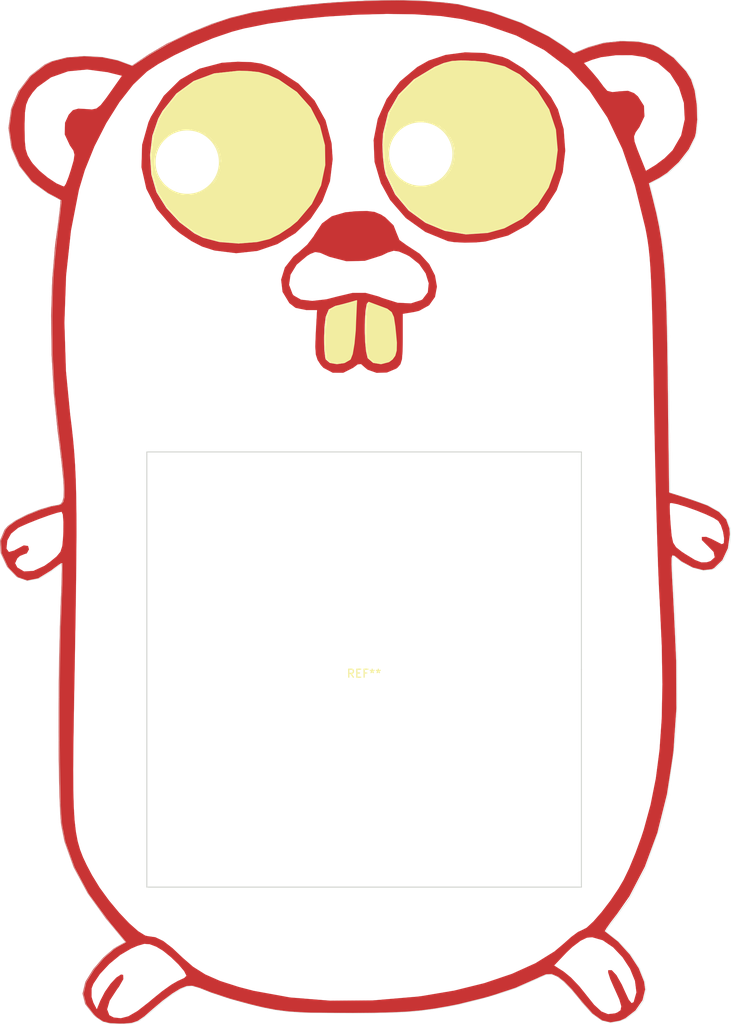
<source format=kicad_pcb>
(kicad_pcb (version 20171130) (host pcbnew "(5.1.2)-1")

  (general
    (thickness 1.6)
    (drawings 231)
    (tracks 0)
    (zones 0)
    (modules 3)
    (nets 1)
  )

  (page A4)
  (layers
    (0 F.Cu signal)
    (31 B.Cu signal)
    (32 B.Adhes user)
    (33 F.Adhes user)
    (34 B.Paste user)
    (35 F.Paste user)
    (36 B.SilkS user)
    (37 F.SilkS user)
    (38 B.Mask user)
    (39 F.Mask user)
    (40 Dwgs.User user)
    (41 Cmts.User user)
    (42 Eco1.User user)
    (43 Eco2.User user)
    (44 Edge.Cuts user)
    (45 Margin user)
    (46 B.CrtYd user)
    (47 F.CrtYd user)
    (48 B.Fab user hide)
    (49 F.Fab user hide)
  )

  (setup
    (last_trace_width 0.2)
    (user_trace_width 0.2)
    (user_trace_width 0.25)
    (user_trace_width 0.4)
    (user_trace_width 0.6)
    (user_trace_width 0.8)
    (trace_clearance 0.2)
    (zone_clearance 0.508)
    (zone_45_only no)
    (trace_min 0.1524)
    (via_size 0.6)
    (via_drill 0.3)
    (via_min_size 0.4)
    (via_min_drill 0.3)
    (user_via 0.9 0.5)
    (user_via 1.2 0.8)
    (user_via 1.4 0.9)
    (user_via 1.5 1)
    (uvia_size 0.3)
    (uvia_drill 0.1)
    (uvias_allowed no)
    (uvia_min_size 0.2)
    (uvia_min_drill 0.1)
    (edge_width 0.05)
    (segment_width 0.2)
    (pcb_text_width 0.3)
    (pcb_text_size 1.5 1.5)
    (mod_edge_width 0.12)
    (mod_text_size 1 1)
    (mod_text_width 0.15)
    (pad_size 1.524 1.524)
    (pad_drill 0.762)
    (pad_to_mask_clearance 0.051)
    (solder_mask_min_width 0.25)
    (aux_axis_origin 0 0)
    (visible_elements 7FFFFFFF)
    (pcbplotparams
      (layerselection 0x010f0_ffffffff)
      (usegerberextensions false)
      (usegerberattributes false)
      (usegerberadvancedattributes false)
      (creategerberjobfile false)
      (excludeedgelayer true)
      (linewidth 0.100000)
      (plotframeref false)
      (viasonmask false)
      (mode 1)
      (useauxorigin false)
      (hpglpennumber 1)
      (hpglpenspeed 20)
      (hpglpendiameter 15.000000)
      (psnegative false)
      (psa4output false)
      (plotreference true)
      (plotvalue true)
      (plotinvisibletext false)
      (padsonsilk false)
      (subtractmaskfromsilk false)
      (outputformat 1)
      (mirror false)
      (drillshape 0)
      (scaleselection 1)
      (outputdirectory "gopher_m5stack_garber/"))
  )

  (net 0 "")

  (net_class Default "これはデフォルトのネット クラスです。"
    (clearance 0.2)
    (trace_width 0.2)
    (via_dia 0.6)
    (via_drill 0.3)
    (uvia_dia 0.3)
    (uvia_drill 0.1)
  )

  (module XIAO:m5stack_outline (layer F.Cu) (tedit 654715D1) (tstamp 65476970)
    (at 118.9 135.9)
    (fp_text reference REF** (at 0 0.5) (layer F.SilkS)
      (effects (font (size 1 1) (thickness 0.15)))
    )
    (fp_text value m5stack_outline (at 0 -0.5) (layer F.Fab)
      (effects (font (size 1 1) (thickness 0.15)))
    )
    (fp_line (start 27 -27) (end 27 0) (layer Edge.Cuts) (width 0.12))
    (fp_line (start -27 -27) (end 27 -27) (layer Edge.Cuts) (width 0.12))
    (fp_line (start -27 27) (end -27 -27) (layer Edge.Cuts) (width 0.12))
    (fp_line (start 27 27) (end -27 27) (layer Edge.Cuts) (width 0.12))
    (fp_line (start 27 0) (end 27 27) (layer Edge.Cuts) (width 0.12))
  )

  (module nanbuwks:gopher1 (layer F.Cu) (tedit 5D6E6712) (tstamp 619002D7)
    (at 118.98 116.32)
    (fp_text reference G*** (at 0 0) (layer F.SilkS) hide
      (effects (font (size 1.524 1.524) (thickness 0.3)))
    )
    (fp_text value LOGO (at 0.75 0) (layer F.SilkS) hide
      (effects (font (size 1.524 1.524) (thickness 0.3)))
    )
    (fp_circle (center 6.961891 -44.3865) (end 10.955247 -44.3865) (layer F.SilkS) (width 0.12))
    (fp_circle (center -22.057609 -43.3832) (end -18.064253 -43.3832) (layer F.SilkS) (width 0.12))
    (fp_poly (pts (xy 7.169317 -63.405155) (xy 10.130958 -63.172796) (xy 11.654612 -62.951744) (xy 15.651753 -62.001055)
      (xy 19.427981 -60.656155) (xy 22.80222 -58.988855) (xy 24.650451 -57.797785) (xy 25.896616 -56.900563)
      (xy 27.734737 -57.648625) (xy 29.663572 -58.195941) (xy 31.813404 -58.426654) (xy 33.931696 -58.34116)
      (xy 35.765913 -57.939859) (xy 36.471899 -57.634844) (xy 38.382196 -56.304826) (xy 39.919348 -54.63765)
      (xy 40.540013 -53.626113) (xy 40.982628 -52.265696) (xy 41.242308 -50.495456) (xy 41.298273 -48.633742)
      (xy 41.129743 -46.998902) (xy 41.00453 -46.509628) (xy 40.238244 -44.960153) (xy 39.019789 -43.391092)
      (xy 37.571229 -42.059221) (xy 36.63124 -41.452663) (xy 35.294406 -40.750602) (xy 35.798238 -38.771625)
      (xy 36.216072 -37.050401) (xy 36.561205 -35.409969) (xy 36.841707 -33.751617) (xy 37.065644 -31.976636)
      (xy 37.241085 -29.986313) (xy 37.376097 -27.681939) (xy 37.478747 -24.964801) (xy 37.557104 -21.73619)
      (xy 37.619235 -17.897394) (xy 37.640617 -16.229463) (xy 37.80874 -2.389807) (xy 40.517587 -1.524208)
      (xy 42.589105 -0.756807) (xy 44.020666 0.049537) (xy 44.897137 0.970734) (xy 45.303388 2.082692)
      (xy 45.357143 2.804404) (xy 45.108018 4.538807) (xy 44.427515 5.993001) (xy 43.415948 6.972303)
      (xy 43.136342 7.114491) (xy 42.03177 7.238966) (xy 40.675088 6.897919) (xy 39.311043 6.170343)
      (xy 38.698135 5.682077) (xy 38.389606 5.427055) (xy 38.198309 5.417661) (xy 38.108305 5.764412)
      (xy 38.103654 6.577829) (xy 38.16842 7.968428) (xy 38.22472 8.964705) (xy 38.326572 10.855187)
      (xy 38.443595 13.209602) (xy 38.56223 15.745411) (xy 38.668917 18.180075) (xy 38.681835 18.489705)
      (xy 38.715405 24.349691) (xy 38.328842 29.896556) (xy 37.536407 35.06912) (xy 36.352367 39.806199)
      (xy 34.790985 44.046614) (xy 32.866526 47.729181) (xy 31.364373 49.875142) (xy 30.5717 50.905678)
      (xy 30.018899 51.680158) (xy 29.811214 52.050049) (xy 29.815552 52.06102) (xy 31.477867 53.364246)
      (xy 32.925601 54.955651) (xy 34.039569 56.663938) (xy 34.700583 58.317811) (xy 34.830881 59.269134)
      (xy 34.505436 60.610769) (xy 33.63426 61.87161) (xy 32.3864 62.841654) (xy 31.716786 63.137754)
      (xy 30.501938 63.358635) (xy 29.384747 63.093813) (xy 28.246233 62.28047) (xy 26.967415 60.855782)
      (xy 26.66986 60.47299) (xy 25.689867 59.298464) (xy 24.715176 58.309211) (xy 23.949726 57.711331)
      (xy 23.922244 57.696278) (xy 23.174178 57.369405) (xy 22.539936 57.38093) (xy 21.677594 57.751521)
      (xy 21.501178 57.842615) (xy 18.725868 59.0684) (xy 15.393242 60.16732) (xy 11.668035 61.087444)
      (xy 10.420301 61.335577) (xy 8.687074 61.636373) (xy 7.049457 61.858003) (xy 5.343067 62.011808)
      (xy 3.403516 62.109128) (xy 1.066421 62.161306) (xy -1.814285 62.179651) (xy -4.531271 62.175569)
      (xy -6.668726 62.145906) (xy -8.372694 62.0798) (xy -9.789218 61.966392) (xy -11.064342 61.794823)
      (xy -12.344108 61.554233) (xy -13.416899 61.316881) (xy -15.293657 60.843587) (xy -17.186929 60.297621)
      (xy -18.809648 59.764527) (xy -19.470109 59.513052) (xy -20.696393 59.027294) (xy -21.493817 58.809622)
      (xy -22.102768 58.839214) (xy -22.763636 59.095246) (xy -22.996661 59.207578) (xy -23.920618 59.774583)
      (xy -25.113853 60.660565) (xy -26.308136 61.665084) (xy -27.396112 62.612624) (xy -28.196995 63.161313)
      (xy -28.956399 63.419629) (xy -29.919936 63.496048) (xy -30.462741 63.5) (xy -31.76619 63.445889)
      (xy -32.639219 63.219433) (xy -33.373341 62.724446) (xy -33.686557 62.436297) (xy -34.723847 61.12567)
      (xy -34.960851 60.205465) (xy -33.952401 60.205465) (xy -33.732276 60.91114) (xy -33.294274 61.753627)
      (xy -32.848815 60.665784) (xy -32.291208 59.582811) (xy -31.586536 58.578567) (xy -30.871737 57.808043)
      (xy -30.283752 57.426231) (xy -30.024649 57.469331) (xy -30.006318 58.000888) (xy -30.544746 58.940814)
      (xy -30.789353 59.26675) (xy -31.699359 60.66458) (xy -32.018106 61.748085) (xy -31.741112 62.479679)
      (xy -31.205714 62.758188) (xy -30.310237 62.855379) (xy -29.365456 62.608214) (xy -28.236665 61.952687)
      (xy -26.789162 60.824789) (xy -26.348616 60.45025) (xy -25.155189 59.485612) (xy -24.040071 58.690635)
      (xy -23.21862 58.217153) (xy -23.132142 58.18256) (xy -22.423975 57.852907) (xy -22.14939 57.580371)
      (xy -22.441764 56.998684) (xy -23.146528 56.169526) (xy -24.079312 55.270539) (xy -25.05575 54.479365)
      (xy -25.891471 53.973645) (xy -25.893685 53.972691) (xy -26.728727 53.661436) (xy -27.405466 53.615358)
      (xy -28.226774 53.856086) (xy -29.026396 54.196415) (xy -30.380558 54.990994) (xy -31.73659 56.10734)
      (xy -32.911232 57.361011) (xy -33.721226 58.567561) (xy -33.945701 59.147543) (xy -33.952401 60.205465)
      (xy -34.960851 60.205465) (xy -35.062616 59.810351) (xy -34.72461 58.394292) (xy -34.641762 58.217436)
      (xy -33.712877 56.73684) (xy -32.477481 55.306936) (xy -31.18221 54.199289) (xy -30.750218 53.932513)
      (xy -29.750436 53.393471) (xy -32.143061 50.509235) (xy -34.413843 47.381966) (xy -36.156278 44.147485)
      (xy -37.31008 40.932018) (xy -37.728486 38.814361) (xy -37.832624 37.552315) (xy -37.915844 35.660756)
      (xy -37.977892 33.256926) (xy -38.018515 30.458068) (xy -38.037461 27.381424) (xy -38.034478 24.144238)
      (xy -38.009312 20.863751) (xy -37.96171 17.657207) (xy -37.89142 14.641848) (xy -37.798189 11.934916)
      (xy -37.787007 11.67217) (xy -37.712193 9.775898) (xy -37.663582 8.177721) (xy -37.644063 7.009841)
      (xy -37.656525 6.404461) (xy -37.670639 6.349376) (xy -38.003032 6.553392) (xy -38.691135 7.061379)
      (xy -38.940639 7.254741) (xy -40.559574 8.249173) (xy -41.984746 8.529488) (xy -43.24225 8.093518)
      (xy -44.35818 6.939098) (xy -44.454506 6.796941) (xy -45.222667 5.145731) (xy -45.258163 4.574251)
      (xy -44.525195 4.574251) (xy -44.220865 5.000595) (xy -43.528409 4.80764) (xy -43.340595 4.689414)
      (xy -42.369974 4.176966) (xy -41.840878 4.250523) (xy -41.728571 4.669117) (xy -41.996196 5.164854)
      (xy -42.228427 5.229411) (xy -42.864344 5.492932) (xy -43.18 5.789705) (xy -43.448796 6.387555)
      (xy -43.18 6.910294) (xy -42.335802 7.415173) (xy -41.169832 7.343309) (xy -39.797979 6.713876)
      (xy -39.126065 6.239536) (xy -38.288756 5.550681) (xy -37.809893 4.969534) (xy -37.576794 4.245207)
      (xy -37.476777 3.126814) (xy -37.448421 2.504242) (xy -37.438438 1.247472) (xy -37.514995 0.348625)
      (xy -37.661551 0.000058) (xy -37.663758 0) (xy -38.257365 0.130361) (xy -39.295624 0.466081)
      (xy -40.553735 0.924112) (xy -41.806895 1.421404) (xy -42.830305 1.87491) (xy -43.078399 2.000326)
      (xy -43.951803 2.717303) (xy -44.418585 3.552667) (xy -44.525195 4.574251) (xy -45.258163 4.574251)
      (xy -45.319101 3.593181) (xy -44.745542 2.220776) (xy -44.347305 1.758532) (xy -43.399602 1.076979)
      (xy -42.007427 0.362753) (xy -40.438115 -0.271285) (xy -38.959007 -0.712275) (xy -38.191074 -0.840411)
      (xy -37.823265 -0.942995) (xy -37.567323 -1.234507) (xy -37.423036 -1.798911) (xy -37.390196 -2.720167)
      (xy -37.468592 -4.082239) (xy -37.658014 -5.96909) (xy -37.958252 -8.464682) (xy -38.167899 -10.1067)
      (xy -38.640022 -14.714837) (xy -38.908555 -19.521858) (xy -38.96078 -23.464892) (xy -37.324851 -23.464892)
      (xy -37.133384 -17.471967) (xy -36.609674 -12.072191) (xy -36.410021 -10.461861) (xy -36.241734 -8.917741)
      (xy -36.103662 -7.368872) (xy -35.994654 -5.744295) (xy -35.913561 -3.973052) (xy -35.859231 -1.984184)
      (xy -35.830513 0.293269) (xy -35.826257 2.930263) (xy -35.845313 5.997759) (xy -35.88653 9.566715)
      (xy -35.948757 13.70809) (xy -36.030844 18.492842) (xy -36.07474 20.917647) (xy -36.151551 25.244401)
      (xy -36.205774 28.898824) (xy -36.230651 31.955468) (xy -36.219422 34.488882) (xy -36.165328 36.573618)
      (xy -36.06161 38.284226) (xy -35.901509 39.695256) (xy -35.678266 40.881259) (xy -35.385121 41.916787)
      (xy -35.015316 42.876388) (xy -34.562091 43.834615) (xy -34.018688 44.866017) (xy -33.880325 45.12127)
      (xy -32.93943 46.653509) (xy -31.785768 48.233848) (xy -30.5312 49.740218) (xy -29.287586 51.050549)
      (xy -28.166788 52.042771) (xy -27.280666 52.594816) (xy -26.96505 52.667647) (xy -26.015861 52.801439)
      (xy -25.044479 53.263671) (xy -23.902323 54.145628) (xy -22.678571 55.301086) (xy -21.335847 56.465857)
      (xy -19.814197 57.419921) (xy -17.963713 58.233493) (xy -15.634487 58.976792) (xy -13.826997 59.447149)
      (xy -9.30227 60.273445) (xy -4.312513 60.67248) (xy 1.009191 60.640081) (xy 6.529756 60.172073)
      (xy 7.075715 60.102713) (xy 11.113218 59.423448) (xy 14.880863 58.492975) (xy 18.280386 57.347397)
      (xy 20.58827 56.305178) (xy 23.527821 56.305178) (xy 24.736053 57.075704) (xy 25.621108 57.802846)
      (xy 26.648025 58.878047) (xy 27.349102 59.746137) (xy 28.482198 61.167824) (xy 29.396549 62.008647)
      (xy 30.218912 62.344707) (xy 31.076039 62.252106) (xy 31.357466 62.152683) (xy 31.780058 61.867894)
      (xy 31.881025 61.376316) (xy 31.643274 60.537516) (xy 31.049716 59.211056) (xy 30.98251 59.071736)
      (xy 30.508261 57.98834) (xy 30.25076 57.187603) (xy 30.248027 56.890756) (xy 30.684576 56.883444)
      (xy 31.269636 57.507016) (xy 31.937416 58.678613) (xy 32.288905 59.461087) (xy 32.793828 60.544046)
      (xy 33.151367 60.98012) (xy 33.411689 60.850061) (xy 33.761175 59.636591) (xy 33.57726 58.206832)
      (xy 32.963145 56.703169) (xy 32.02203 55.267985) (xy 30.857114 54.043664) (xy 29.571599 53.172592)
      (xy 28.268685 52.797152) (xy 27.610898 52.846779) (xy 26.812582 53.234175) (xy 25.799596 53.997284)
      (xy 25.068436 54.689236) (xy 23.527821 56.305178) (xy 20.58827 56.305178) (xy 21.213527 56.022818)
      (xy 23.582022 54.555342) (xy 24.675934 53.636029) (xy 25.657873 52.761745) (xy 26.493144 52.143782)
      (xy 26.983687 51.920588) (xy 27.566083 51.626151) (xy 28.421507 50.832297) (xy 29.43851 49.673213)
      (xy 30.505645 48.283083) (xy 31.511462 46.796094) (xy 32.171242 45.674678) (xy 32.864981 44.232684)
      (xy 33.633864 42.375168) (xy 34.356028 40.40561) (xy 34.66229 39.471144) (xy 35.515833 36.359717)
      (xy 36.168931 33.092769) (xy 36.627991 29.576134) (xy 36.899422 25.715645) (xy 36.989629 21.417135)
      (xy 36.905021 16.586438) (xy 36.652005 11.129387) (xy 36.623649 10.645588) (xy 36.538453 8.934548)
      (xy 36.446186 6.587041) (xy 36.349974 3.713584) (xy 36.252944 0.424695) (xy 36.224615 -0.650164)
      (xy 37.887245 -0.650164) (xy 37.917444 0.295607) (xy 38.000889 1.581966) (xy 38.004666 1.630339)
      (xy 38.128295 2.989507) (xy 38.312255 3.836831) (xy 38.674956 4.405128) (xy 39.334807 4.927216)
      (xy 39.856917 5.272251) (xy 41.013859 5.976251) (xy 41.818268 6.290458) (xy 42.495789 6.276578)
      (xy 42.968895 6.123271) (xy 43.488216 5.658247) (xy 43.353454 4.989766) (xy 42.581953 4.197866)
      (xy 42.545664 4.170422) (xy 41.894515 3.518892) (xy 41.877591 3.129055) (xy 42.418234 3.112333)
      (xy 43.087753 3.382485) (xy 43.881516 3.790828) (xy 44.359286 4.034583) (xy 44.611618 3.907159)
      (xy 44.655244 3.313339) (xy 44.525565 2.490256) (xy 44.257986 1.675042) (xy 43.927597 1.143113)
      (xy 43.366964 0.77842) (xy 42.382469 0.316019) (xy 41.168942 -0.172882) (xy 39.921215 -0.617078)
      (xy 38.834119 -0.945361) (xy 38.102484 -1.086524) (xy 37.916887 -1.05368) (xy 37.887245 -0.650164)
      (xy 36.224615 -0.650164) (xy 36.158223 -3.169109) (xy 36.068939 -6.957309) (xy 35.988218 -10.829388)
      (xy 35.936696 -13.633824) (xy 35.861839 -17.839872) (xy 35.792331 -21.375478) (xy 35.724331 -24.3172)
      (xy 35.653997 -26.741596) (xy 35.577488 -28.725223) (xy 35.490962 -30.344639) (xy 35.390578 -31.676401)
      (xy 35.272494 -32.797067) (xy 35.132869 -33.783194) (xy 34.967861 -34.71134) (xy 34.849609 -35.29853)
      (xy 33.569263 -40.493199) (xy 32.011869 -45.023157) (xy 30.142579 -48.927916) (xy 27.926545 -52.246991)
      (xy 25.328921 -55.019896) (xy 24.451551 -55.679584) (xy 27.2276 -55.679584) (xy 28.172158 -54.640528)
      (xy 28.964881 -53.702267) (xy 29.618956 -52.821681) (xy 29.657247 -52.763252) (xy 30.130351 -52.225061)
      (xy 30.766071 -52.066795) (xy 31.624239 -52.159843) (xy 32.695846 -52.233136) (xy 33.459246 -51.941925)
      (xy 33.942493 -51.532215) (xy 34.685338 -50.369671) (xy 34.7498 -49.060378) (xy 34.130063 -47.738217)
      (xy 34.108572 -47.70984) (xy 33.647845 -47.072723) (xy 33.450384 -46.556268) (xy 33.519442 -45.931445)
      (xy 33.858272 -44.96922) (xy 34.158147 -44.21978) (xy 34.933436 -42.294239) (xy 36.149697 -43.032957)
      (xy 37.248566 -43.857057) (xy 38.234814 -44.835095) (xy 38.267721 -44.87488) (xy 39.315382 -46.684416)
      (xy 39.763636 -48.684632) (xy 39.655712 -50.730865) (xy 39.03484 -52.678453) (xy 37.944248 -54.382734)
      (xy 36.427167 -55.699044) (xy 34.821132 -56.408582) (xy 33.166195 -56.660066) (xy 31.221385 -56.652608)
      (xy 29.346927 -56.404305) (xy 28.2188 -56.076895) (xy 27.2276 -55.679584) (xy 24.451551 -55.679584)
      (xy 22.314859 -57.286145) (xy 18.849512 -59.085251) (xy 14.898033 -60.456728) (xy 12.064287 -61.135162)
      (xy 9.45289 -61.51428) (xy 6.297381 -61.725448) (xy 2.758756 -61.777473) (xy -1.001988 -61.679165)
      (xy -4.823855 -61.439329) (xy -8.54585 -61.066775) (xy -12.006976 -60.570311) (xy -15.046236 -59.958743)
      (xy -16.491797 -59.572898) (xy -18.82361 -58.779408) (xy -21.269821 -57.779792) (xy -23.62001 -56.67247)
      (xy -25.663755 -55.55586) (xy -27.059798 -54.629957) (xy -28.766733 -53.01672) (xy -30.485976 -50.825363)
      (xy -32.124658 -48.21694) (xy -33.589909 -45.352502) (xy -34.788859 -42.3931) (xy -35.520937 -39.95691)
      (xy -36.512137 -34.873596) (xy -37.115606 -29.320846) (xy -37.324851 -23.464892) (xy -38.96078 -23.464892)
      (xy -38.972042 -24.315153) (xy -38.829027 -28.882114) (xy -38.478053 -33.010132) (xy -38.332457 -34.127887)
      (xy -38.096466 -35.850244) (xy -37.919216 -37.277136) (xy -37.817666 -38.261678) (xy -37.808776 -38.656983)
      (xy -37.809471 -38.657709) (xy -38.169839 -38.869013) (xy -38.957636 -39.292512) (xy -39.421726 -39.535321)
      (xy -41.392435 -40.957235) (xy -42.919277 -42.875675) (xy -43.909024 -45.135041) (xy -44.268451 -47.579734)
      (xy -44.268571 -47.625) (xy -42.272857 -47.625) (xy -42.248845 -46.052755) (xy -42.141112 -44.99432)
      (xy -41.896116 -44.217096) (xy -41.460311 -43.488482) (xy -41.255524 -43.205592) (xy -40.446931 -42.330423)
      (xy -39.388114 -41.452421) (xy -38.31451 -40.74326) (xy -37.46156 -40.374614) (xy -37.349837 -40.357685)
      (xy -37.13987 -40.673475) (xy -36.807659 -41.508335) (xy -36.512636 -42.402871) (xy -36.170689 -43.580217)
      (xy -36.063788 -44.301974) (xy -36.201581 -44.822666) (xy -36.593713 -45.396816) (xy -36.627799 -45.44148)
      (xy -37.275849 -46.819233) (xy -37.243157 -48.260622) (xy -36.780295 -49.265581) (xy -36.261883 -49.829571)
      (xy -35.576325 -50.020935) (xy -34.693866 -49.970995) (xy -33.896591 -49.912668) (xy -33.327222 -50.037316)
      (xy -32.800814 -50.466677) (xy -32.132418 -51.322493) (xy -31.684857 -51.951655) (xy -30.168286 -54.099883)
      (xy -31.984077 -54.548296) (xy -34.488105 -54.879825) (xy -36.865801 -54.653716) (xy -38.981285 -53.907295)
      (xy -40.698675 -52.67789) (xy -41.295482 -51.990482) (xy -41.791156 -51.243393) (xy -42.084667 -50.505838)
      (xy -42.227549 -49.54764) (xy -42.271336 -48.138619) (xy -42.272857 -47.625) (xy -44.268571 -47.625)
      (xy -43.936671 -50.004872) (xy -43.007789 -52.214319) (xy -41.582153 -54.098423) (xy -39.759993 -55.50227)
      (xy -38.909768 -55.907754) (xy -37.09423 -56.371406) (xy -34.923172 -56.54366) (xy -32.709647 -56.423684)
      (xy -30.766705 -56.010645) (xy -30.535867 -55.930039) (xy -28.958877 -55.345016) (xy -26.805717 -56.777601)
      (xy -24.578672 -58.082775) (xy -21.895298 -59.376244) (xy -19.017648 -60.540379) (xy -16.691428 -61.317562)
      (xy -14.101758 -61.947184) (xy -10.964255 -62.482185) (xy -7.443818 -62.91306) (xy -3.705344 -63.2303)
      (xy 0.086269 -63.424401) (xy 3.766122 -63.485855) (xy 7.169317 -63.405155)) (layer F.Cu) (width 0.01))
    (fp_poly (pts (xy 1.222404 -37.19951) (xy 2.014554 -36.870333) (xy 2.54 -36.53275) (xy 3.577432 -35.527563)
      (xy 3.924251 -34.638815) (xy 4.304572 -33.713423) (xy 5.227366 -33.048957) (xy 6.838282 -32.000972)
      (xy 8.006636 -30.720859) (xy 8.719453 -29.325702) (xy 8.963758 -27.932587) (xy 8.726579 -26.658596)
      (xy 7.994941 -25.620815) (xy 6.75587 -24.936326) (xy 6.142305 -24.792057) (xy 4.717143 -24.557461)
      (xy 4.717143 -21.451382) (xy 4.697712 -19.894041) (xy 4.613208 -18.903513) (xy 4.424315 -18.300022)
      (xy 4.091716 -17.903793) (xy 3.910691 -17.763828) (xy 2.756619 -17.280435) (xy 1.465107 -17.239064)
      (xy 0.349469 -17.631129) (xy 0.058304 -17.869394) (xy -0.456422 -18.323696) (xy -0.876297 -18.29212)
      (xy -1.433323 -17.869394) (xy -2.669513 -17.248589) (xy -3.976111 -17.25035) (xy -5.127614 -17.855601)
      (xy -5.454636 -18.209559) (xy -5.8587 -18.828601) (xy -6.076816 -19.508988) (xy -6.144216 -20.469843)
      (xy -6.109366 -21.528365) (xy -5.071368 -21.528365) (xy -5.04115 -20.143409) (xy -4.920665 -19.111153)
      (xy -4.859749 -18.893786) (xy -4.359355 -18.459822) (xy -3.486896 -18.308725) (xy -2.541882 -18.440231)
      (xy -1.823826 -18.854081) (xy -1.787495 -18.896466) (xy -1.528629 -19.58227) (xy -1.313547 -20.860887)
      (xy -1.177523 -22.453437) (xy -0.01348 -22.453437) (xy 0.03299 -21.090017) (xy 0.148888 -19.913972)
      (xy 0.336281 -19.111691) (xy 0.375624 -19.025444) (xy 1.026222 -18.469594) (xy 1.995352 -18.311796)
      (xy 2.979357 -18.565565) (xy 3.421225 -18.889916) (xy 3.767618 -19.365795) (xy 3.940299 -20.007559)
      (xy 3.953721 -20.989252) (xy 3.822335 -22.48492) (xy 3.763062 -23.006702) (xy 3.588286 -24.151703)
      (xy 3.30382 -24.795514) (xy 2.75221 -25.182384) (xy 2.224073 -25.39405) (xy 1.246279 -25.7559)
      (xy 0.531186 -26.023484) (xy 0.453572 -26.053047) (xy 0.243004 -25.804036) (xy 0.093595 -24.996837)
      (xy 0.007411 -23.81784) (xy -0.01348 -22.453437) (xy -1.177523 -22.453437) (xy -1.166855 -22.578331)
      (xy -1.151784 -22.874741) (xy -0.99458 -26.259492) (xy -1.858004 -26.007519) (xy -2.919675 -25.72262)
      (xy -3.681488 -25.538864) (xy -4.474843 -25.118623) (xy -4.860192 -24.196799) (xy -4.860773 -24.193812)
      (xy -5.011261 -22.97538) (xy -5.071368 -21.528365) (xy -6.109366 -21.528365) (xy -6.096133 -21.930292)
      (xy -6.085265 -22.131618) (xy -5.925727 -25.026471) (xy -7.253898 -25.026471) (xy -8.59982 -25.300219)
      (xy -9.365452 -25.88487) (xy -10.210671 -27.281711) (xy -10.313801 -28.152939) (xy -9.412369 -28.152939)
      (xy -8.974573 -27.005469) (xy -8.833761 -26.830148) (xy -7.929393 -26.315636) (xy -6.524891 -26.156824)
      (xy -4.760006 -26.356982) (xy -3.414097 -26.70331) (xy -1.519878 -27.151827) (xy 0.092491 -27.155407)
      (xy 1.731247 -26.703977) (xy 2.177143 -26.520589) (xy 4.059808 -25.933528) (xy 5.734522 -25.848478)
      (xy 7.050323 -26.27044) (xy 7.176405 -26.355005) (xy 7.838315 -27.223543) (xy 7.9519 -28.347411)
      (xy 7.574196 -29.569917) (xy 6.762236 -30.734367) (xy 5.573056 -31.684067) (xy 5.157845 -31.90063)
      (xy 4.23606 -32.295721) (xy 3.583164 -32.389226) (xy 2.864626 -32.169686) (xy 2.0869 -31.795441)
      (xy -0.010601 -31.136732) (xy -2.266304 -31.084849) (xy -4.411167 -31.642746) (xy -4.587938 -31.722202)
      (xy -5.543419 -32.136013) (xy -6.158735 -32.229275) (xy -6.747894 -32.004874) (xy -7.176301 -31.746001)
      (xy -8.467668 -30.658345) (xy -9.228212 -29.415611) (xy -9.412369 -28.152939) (xy -10.313801 -28.152939)
      (xy -10.389692 -28.794044) (xy -9.925452 -30.30317) (xy -8.840887 -31.690391) (xy -8.133711 -32.259295)
      (xy -7.140449 -33.150183) (xy -6.340342 -34.193781) (xy -6.232648 -34.391249) (xy -5.311421 -35.773753)
      (xy -4.091473 -36.666203) (xy -2.42802 -37.151185) (xy -1.167686 -37.280339) (xy 0.25173 -37.318017)
      (xy 1.222404 -37.19951)) (layer F.Cu) (width 0.01))
    (fp_poly (pts (xy -14.108641 -55.787475) (xy -12.849184 -55.599409) (xy -11.696442 -55.209006) (xy -10.811772 -54.792555)
      (xy -8.241756 -53.128887) (xy -6.255327 -51.038188) (xy -4.876202 -48.558866) (xy -4.1281 -45.729326)
      (xy -3.991428 -43.748591) (xy -4.326087 -41.001856) (xy -5.269986 -38.514859) (xy -6.73301 -36.347827)
      (xy -8.625043 -34.560986) (xy -10.85597 -33.214564) (xy -13.335674 -32.368788) (xy -15.974039 -32.083886)
      (xy -18.680952 -32.420085) (xy -20.210418 -32.908911) (xy -21.530811 -33.587299) (xy -22.975641 -34.561621)
      (xy -23.911429 -35.33509) (xy -25.853762 -37.583448) (xy -27.136184 -40.081095) (xy -27.743988 -42.752493)
      (xy -27.699986 -44.247494) (xy -26.692405 -44.247494) (xy -26.529264 -41.841458) (xy -25.911288 -39.714396)
      (xy -25.852484 -39.586599) (xy -24.647517 -37.664407) (xy -23.010965 -35.904388) (xy -21.169849 -34.527643)
      (xy -20.115121 -33.998833) (xy -18.063931 -33.458157) (xy -15.706376 -33.276826) (xy -13.375735 -33.461302)
      (xy -11.8596 -33.838787) (xy -10.64705 -34.429571) (xy -9.287976 -35.333496) (xy -8.397096 -36.06897)
      (xy -6.629851 -38.158718) (xy -5.481912 -40.500309) (xy -4.938054 -42.983038) (xy -4.983055 -45.496202)
      (xy -5.601693 -47.929097) (xy -6.778744 -50.17102) (xy -8.498986 -52.111266) (xy -10.747195 -53.639132)
      (xy -10.818115 -53.675162) (xy -12.06979 -54.238702) (xy -13.218454 -54.556436) (xy -14.570935 -54.692581)
      (xy -15.782582 -54.714219) (xy -18.718222 -54.399627) (xy -21.267724 -53.45909) (xy -23.414405 -51.902615)
      (xy -25.141583 -49.74021) (xy -25.675668 -48.779214) (xy -26.406082 -46.653185) (xy -26.692405 -44.247494)
      (xy -27.699986 -44.247494) (xy -27.66247 -45.522106) (xy -26.876924 -48.314394) (xy -26.571831 -49.000843)
      (xy -24.968461 -51.609255) (xy -22.95395 -53.603724) (xy -20.545567 -54.973309) (xy -17.760577 -55.707067)
      (xy -15.782582 -55.837929) (xy -14.108641 -55.787475)) (layer F.Cu) (width 0.01))
    (fp_poly (pts (xy 14.911367 -56.92119) (xy 17.124211 -56.437561) (xy 17.858823 -56.141941) (xy 19.778523 -54.955196)
      (xy 21.607772 -53.325529) (xy 23.128558 -51.473216) (xy 23.991059 -49.946024) (xy 24.707105 -47.493008)
      (xy 24.906761 -44.800402) (xy 24.593918 -42.132826) (xy 23.843312 -39.899813) (xy 22.315879 -37.511839)
      (xy 20.28444 -35.623522) (xy 17.823328 -34.283235) (xy 15.006874 -33.539349) (xy 13.893961 -33.425221)
      (xy 12.44721 -33.39098) (xy 11.136283 -33.452876) (xy 10.341429 -33.576633) (xy 7.526984 -34.721049)
      (xy 5.103365 -36.446553) (xy 3.154633 -38.680708) (xy 2.005006 -40.760386) (xy 1.218248 -43.420448)
      (xy 1.126727 -45.552988) (xy 2.177143 -45.552988) (xy 2.241805 -44.03727) (xy 2.409637 -42.628984)
      (xy 2.597552 -41.797652) (xy 3.762251 -39.368387) (xy 5.446401 -37.367088) (xy 7.544978 -35.841122)
      (xy 9.952962 -34.837857) (xy 12.56533 -34.40466) (xy 15.277061 -34.588897) (xy 17.312817 -35.160734)
      (xy 19.618413 -36.397042) (xy 21.457644 -38.112248) (xy 22.808073 -40.194265) (xy 23.647264 -42.531007)
      (xy 23.952779 -45.010387) (xy 23.70218 -47.520319) (xy 22.873032 -49.948716) (xy 21.442896 -52.183491)
      (xy 20.852191 -52.841961) (xy 19.153481 -54.309585) (xy 17.325401 -55.264975) (xy 15.160803 -55.796396)
      (xy 13.553471 -55.951981) (xy 11.94934 -56.008761) (xy 10.78823 -55.933809) (xy 9.792624 -55.684444)
      (xy 8.685005 -55.217983) (xy 8.638343 -55.196042) (xy 6.09852 -53.664788) (xy 4.180992 -51.765241)
      (xy 2.896048 -49.512758) (xy 2.253974 -46.922691) (xy 2.177143 -45.552988) (xy 1.126727 -45.552988)
      (xy 1.102444 -46.1188) (xy 1.616438 -48.74975) (xy 2.719074 -51.207607) (xy 4.369198 -53.386683)
      (xy 6.525655 -55.181285) (xy 7.929169 -55.974144) (xy 10.04592 -56.684954) (xy 12.462628 -57.002145)
      (xy 14.911367 -56.92119)) (layer F.Cu) (width 0.01))
  )

  (module MountingHole:MountingHole_3.2mm_M3 (layer F.Cu) (tedit 56D1B4CB) (tstamp 5D6E41FD)
    (at 117.65534 58.98896)
    (descr "Mounting Hole 3.2mm, no annular, M3")
    (tags "mounting hole 3.2mm no annular m3")
    (attr virtual)
    (fp_text reference REF** (at 0 -4.2) (layer F.SilkS) hide
      (effects (font (size 1 1) (thickness 0.15)))
    )
    (fp_text value MountingHole_3.2mm_M3 (at 0 4.2) (layer F.Fab)
      (effects (font (size 1 1) (thickness 0.15)))
    )
    (fp_circle (center 0 0) (end 3.45 0) (layer F.CrtYd) (width 0.05))
    (fp_circle (center 0 0) (end 3.2 0) (layer Cmts.User) (width 0.15))
    (fp_text user %R (at 0.3 0) (layer F.Fab)
      (effects (font (size 1 1) (thickness 0.15)))
    )
    (pad 1 np_thru_hole circle (at 0 0) (size 3.2 3.2) (drill 3.2) (layers *.Cu *.Mask))
  )

  (gr_line (start 154.8257 75.3745) (end 154.3939 75.6158) (layer Edge.Cuts) (width 0.05) (tstamp 5D6E4020))
  (gr_line (start 155.6385 74.93) (end 154.8257 75.3745) (layer Edge.Cuts) (width 0.05))
  (gr_line (start 156.6291 74.3331) (end 155.6385 74.93) (layer Edge.Cuts) (width 0.05))
  (gr_line (start 157.0863 73.914) (end 156.6291 74.3331) (layer Edge.Cuts) (width 0.05))
  (gr_line (start 158.115 72.9742) (end 157.0863 73.914) (layer Edge.Cuts) (width 0.05))
  (gr_line (start 159.3088 71.4375) (end 158.115 72.9742) (layer Edge.Cuts) (width 0.05))
  (gr_line (start 160.0835 69.85) (end 159.3088 71.4375) (layer Edge.Cuts) (width 0.05))
  (gr_line (start 160.2232 69.3801) (end 160.0835 69.85) (layer Edge.Cuts) (width 0.05))
  (gr_line (start 160.3883 67.7164) (end 160.2232 69.3801) (layer Edge.Cuts) (width 0.05))
  (gr_line (start 160.3375 65.8749) (end 160.3883 67.7164) (layer Edge.Cuts) (width 0.05))
  (gr_line (start 160.0835 64.0842) (end 160.3375 65.8749) (layer Edge.Cuts) (width 0.05))
  (gr_line (start 159.6517 62.7253) (end 160.0835 64.0842) (layer Edge.Cuts) (width 0.05))
  (gr_line (start 159.0294 61.7093) (end 159.6517 62.7253) (layer Edge.Cuts) (width 0.05))
  (gr_line (start 157.5054 60.0329) (end 159.0294 61.7093) (layer Edge.Cuts) (width 0.05))
  (gr_line (start 155.575 58.6994) (end 157.5054 60.0329) (layer Edge.Cuts) (width 0.05))
  (gr_line (start 154.8765 58.3946) (end 155.575 58.6994) (layer Edge.Cuts) (width 0.05))
  (gr_line (start 153.0223 57.9882) (end 154.8765 58.3946) (layer Edge.Cuts) (width 0.05))
  (gr_line (start 150.9014 57.912) (end 153.0223 57.9882) (layer Edge.Cuts) (width 0.05))
  (gr_line (start 148.7551 58.1279) (end 150.9014 57.912) (layer Edge.Cuts) (width 0.05))
  (gr_line (start 147.9804 58.3438) (end 148.7551 58.1279) (layer Edge.Cuts) (width 0.05))
  (gr_line (start 146.6469 58.7375) (end 147.9804 58.3438) (layer Edge.Cuts) (width 0.05))
  (gr_line (start 144.9832 59.4106) (end 146.6469 58.7375) (layer Edge.Cuts) (width 0.05))
  (gr_line (start 144.6784 59.182) (end 144.9832 59.4106) (layer Edge.Cuts) (width 0.05))
  (gr_line (start 143.9672 58.6867) (end 144.6784 59.182) (layer Edge.Cuts) (width 0.05))
  (gr_line (start 143.1798 58.1533) (end 143.9672 58.6867) (layer Edge.Cuts) (width 0.05))
  (gr_line (start 141.859 57.3278) (end 143.1798 58.1533) (layer Edge.Cuts) (width 0.05))
  (gr_line (start 138.5316 55.6641) (end 141.859 57.3278) (layer Edge.Cuts) (width 0.05))
  (gr_line (start 136.525 54.9402) (end 138.5316 55.6641) (layer Edge.Cuts) (width 0.05))
  (gr_line (start 134.7089 54.3052) (end 136.525 54.9402) (layer Edge.Cuts) (width 0.05))
  (gr_line (start 130.5814 53.3273) (end 134.7089 54.3052) (layer Edge.Cuts) (width 0.05))
  (gr_line (start 128.4224 53.086) (end 130.5814 53.3273) (layer Edge.Cuts) (width 0.05))
  (gr_line (start 126.4158 52.9209) (end 128.4224 53.086) (layer Edge.Cuts) (width 0.05))
  (gr_line (start 125.2728 52.8828) (end 126.4158 52.9209) (layer Edge.Cuts) (width 0.05))
  (gr_line (start 123.7234 52.8447) (end 125.2728 52.8828) (layer Edge.Cuts) (width 0.05))
  (gr_line (start 121.2723 52.8574) (end 123.7234 52.8447) (layer Edge.Cuts) (width 0.05))
  (gr_line (start 119.3546 52.8955) (end 121.2723 52.8574) (layer Edge.Cuts) (width 0.05))
  (gr_line (start 116.7638 53.0098) (end 119.3546 52.8955) (layer Edge.Cuts) (width 0.05))
  (gr_line (start 113.8174 53.213) (end 116.7638 53.0098) (layer Edge.Cuts) (width 0.05))
  (gr_line (start 110.7567 53.5178) (end 113.8174 53.213) (layer Edge.Cuts) (width 0.05))
  (gr_line (start 107.5436 53.9242) (end 110.7567 53.5178) (layer Edge.Cuts) (width 0.05))
  (gr_line (start 105.0417 54.3433) (end 107.5436 53.9242) (layer Edge.Cuts) (width 0.05))
  (gr_line (start 102.1842 55.0545) (end 105.0417 54.3433) (layer Edge.Cuts) (width 0.05))
  (gr_line (start 100.4189 55.6514) (end 102.1842 55.0545) (layer Edge.Cuts) (width 0.05))
  (gr_line (start 97.5106 56.7944) (end 100.4189 55.6514) (layer Edge.Cuts) (width 0.05))
  (gr_line (start 95.0722 57.9501) (end 97.5106 56.7944) (layer Edge.Cuts) (width 0.05))
  (gr_line (start 92.3544 59.5122) (end 95.0722 57.9501) (layer Edge.Cuts) (width 0.05))
  (gr_line (start 90.1192 60.96) (end 92.3544 59.5122) (layer Edge.Cuts) (width 0.05))
  (gr_line (start 88.3412 60.2996) (end 90.1192 60.96) (layer Edge.Cuts) (width 0.05))
  (gr_line (start 86.36 59.8932) (end 88.3412 60.2996) (layer Edge.Cuts) (width 0.05))
  (gr_line (start 84.1629 59.7789) (end 86.36 59.8932) (layer Edge.Cuts) (width 0.05))
  (gr_line (start 82.0166 59.9313) (end 84.1629 59.7789) (layer Edge.Cuts) (width 0.05))
  (gr_line (start 80.1878 60.4012) (end 82.0166 59.9313) (layer Edge.Cuts) (width 0.05))
  (gr_line (start 79.3242 60.8203) (end 80.1878 60.4012) (layer Edge.Cuts) (width 0.05))
  (gr_line (start 77.4827 62.2173) (end 79.3242 60.8203) (layer Edge.Cuts) (width 0.05))
  (gr_line (start 76.0984 64.0334) (end 77.4827 62.2173) (layer Edge.Cuts) (width 0.05))
  (gr_line (start 75.1078 66.3194) (end 76.0984 64.0334) (layer Edge.Cuts) (width 0.05))
  (gr_line (start 74.7776 68.7324) (end 75.1078 66.3194) (layer Edge.Cuts) (width 0.05))
  (gr_line (start 75.1332 71.1962) (end 74.7776 68.7324) (layer Edge.Cuts) (width 0.05))
  (gr_line (start 76.1238 73.4695) (end 75.1332 71.1962) (layer Edge.Cuts) (width 0.05))
  (gr_line (start 77.6224 75.3618) (end 76.1238 73.4695) (layer Edge.Cuts) (width 0.05))
  (gr_line (start 78.7908 76.2127) (end 77.6224 75.3618) (layer Edge.Cuts) (width 0.05))
  (gr_line (start 79.6417 76.8223) (end 78.7908 76.2127) (layer Edge.Cuts) (width 0.05))
  (gr_line (start 80.518 77.2795) (end 79.6417 76.8223) (layer Edge.Cuts) (width 0.05))
  (gr_line (start 81.2546 77.6859) (end 80.518 77.2795) (layer Edge.Cuts) (width 0.05))
  (gr_line (start 81.2546 78.0288) (end 81.2546 77.6859) (layer Edge.Cuts) (width 0.05))
  (gr_line (start 81.1784 78.6003) (end 81.2546 78.0288) (layer Edge.Cuts) (width 0.05))
  (gr_line (start 81.0641 79.6417) (end 81.1784 78.6003) (layer Edge.Cuts) (width 0.05))
  (gr_line (start 80.8228 81.407) (end 81.0641 79.6417) (layer Edge.Cuts) (width 0.05))
  (gr_line (start 80.4545 84.7852) (end 80.8228 81.407) (layer Edge.Cuts) (width 0.05))
  (gr_line (start 80.264 86.9188) (end 80.4545 84.7852) (layer Edge.Cuts) (width 0.05))
  (gr_line (start 80.1497 90.0049) (end 80.264 86.9188) (layer Edge.Cuts) (width 0.05))
  (gr_line (start 80.1116 92.456) (end 80.1497 90.0049) (layer Edge.Cuts) (width 0.05))
  (gr_line (start 80.1497 96.6343) (end 80.1116 92.456) (layer Edge.Cuts) (width 0.05))
  (gr_line (start 80.4164 101.6889) (end 80.1497 96.6343) (layer Edge.Cuts) (width 0.05))
  (gr_line (start 80.7847 105.156) (end 80.4164 101.6889) (layer Edge.Cuts) (width 0.05))
  (gr_line (start 81.0641 107.5817) (end 80.7847 105.156) (layer Edge.Cuts) (width 0.05))
  (gr_line (start 81.3308 109.7661) (end 81.0641 107.5817) (layer Edge.Cuts) (width 0.05))
  (gr_line (start 81.5213 111.5441) (end 81.3308 109.7661) (layer Edge.Cuts) (width 0.05))
  (gr_line (start 81.5975 112.5474) (end 81.5213 111.5441) (layer Edge.Cuts) (width 0.05))
  (gr_line (start 81.661 113.6269) (end 81.5975 112.5474) (layer Edge.Cuts) (width 0.05))
  (gr_line (start 81.6356 114.5286) (end 81.661 113.6269) (layer Edge.Cuts) (width 0.05))
  (gr_line (start 81.4959 115.0874) (end 81.6356 114.5286) (layer Edge.Cuts) (width 0.05))
  (gr_line (start 81.2419 115.3795) (end 81.4959 115.0874) (layer Edge.Cuts) (width 0.05))
  (gr_line (start 80.8736 115.4811) (end 81.2419 115.3795) (layer Edge.Cuts) (width 0.05))
  (gr_line (start 80.0862 115.6208) (end 80.8736 115.4811) (layer Edge.Cuts) (width 0.05))
  (gr_line (start 78.5241 116.1034) (end 80.0862 115.6208) (layer Edge.Cuts) (width 0.05))
  (gr_line (start 77.0382 116.7003) (end 78.5241 116.1034) (layer Edge.Cuts) (width 0.05))
  (gr_line (start 75.6793 117.3861) (end 77.0382 116.7003) (layer Edge.Cuts) (width 0.05))
  (gr_line (start 74.7141 118.0846) (end 75.6793 117.3861) (layer Edge.Cuts) (width 0.05))
  (gr_line (start 74.3204 118.5418) (end 74.7141 118.0846) (layer Edge.Cuts) (width 0.05))
  (gr_line (start 73.7362 119.9261) (end 74.3204 118.5418) (layer Edge.Cuts) (width 0.05))
  (gr_line (start 73.8378 121.5009) (end 73.7362 119.9261) (layer Edge.Cuts) (width 0.05))
  (gr_line (start 74.5998 123.1519) (end 73.8378 121.5009) (layer Edge.Cuts) (width 0.05))
  (gr_line (start 74.7014 123.3043) (end 74.5998 123.1519) (layer Edge.Cuts) (width 0.05))
  (gr_line (start 75.8317 124.46) (end 74.7014 123.3043) (layer Edge.Cuts) (width 0.05))
  (gr_line (start 77.0763 124.8918) (end 75.8317 124.46) (layer Edge.Cuts) (width 0.05))
  (gr_line (start 78.5368 124.6124) (end 77.0763 124.8918) (layer Edge.Cuts) (width 0.05))
  (gr_line (start 80.0354 123.6853) (end 78.5368 124.6124) (layer Edge.Cuts) (width 0.05))
  (gr_line (start 81.0133 122.9614) (end 80.0354 123.6853) (layer Edge.Cuts) (width 0.05))
  (gr_line (start 81.3943 122.7328) (end 81.0133 122.9614) (layer Edge.Cuts) (width 0.05))
  (gr_line (start 81.3816 124.7013) (end 81.3943 122.7328) (layer Edge.Cuts) (width 0.05))
  (gr_line (start 81.3308 126.3015) (end 81.3816 124.7013) (layer Edge.Cuts) (width 0.05))
  (gr_line (start 81.1276 131.6609) (end 81.3308 126.3015) (layer Edge.Cuts) (width 0.05))
  (gr_line (start 81.026 139.3444) (end 81.1276 131.6609) (layer Edge.Cuts) (width 0.05))
  (gr_line (start 81.026 144.7165) (end 81.026 139.3444) (layer Edge.Cuts) (width 0.05))
  (gr_line (start 81.153 152.4508) (end 81.026 144.7165) (layer Edge.Cuts) (width 0.05))
  (gr_line (start 81.2165 153.8732) (end 81.153 152.4508) (layer Edge.Cuts) (width 0.05))
  (gr_line (start 81.3308 155.1686) (end 81.2165 153.8732) (layer Edge.Cuts) (width 0.05))
  (gr_line (start 81.7372 157.2768) (end 81.3308 155.1686) (layer Edge.Cuts) (width 0.05))
  (gr_line (start 82.8929 160.4772) (end 81.7372 157.2768) (layer Edge.Cuts) (width 0.05))
  (gr_line (start 83.5025 161.6202) (end 82.8929 160.4772) (layer Edge.Cuts) (width 0.05))
  (gr_line (start 84.6328 163.7284) (end 83.5025 161.6202) (layer Edge.Cuts) (width 0.05))
  (gr_line (start 85.9282 165.5064) (end 84.6328 163.7284) (layer Edge.Cuts) (width 0.05))
  (gr_line (start 87.122 167.1066) (end 85.9282 165.5064) (layer Edge.Cuts) (width 0.05))
  (gr_line (start 87.4268 167.4876) (end 87.122 167.1066) (layer Edge.Cuts) (width 0.05))
  (gr_line (start 88.7603 169.0878) (end 87.4268 167.4876) (layer Edge.Cuts) (width 0.05))
  (gr_line (start 89.2937 169.7228) (end 88.7603 169.0878) (layer Edge.Cuts) (width 0.05))
  (gr_line (start 88.3158 170.2562) (end 89.2937 169.7228) (layer Edge.Cuts) (width 0.05))
  (gr_line (start 87.8713 170.5356) (end 88.3158 170.2562) (layer Edge.Cuts) (width 0.05))
  (gr_line (start 86.5886 171.6405) (end 87.8713 170.5356) (layer Edge.Cuts) (width 0.05))
  (gr_line (start 85.3694 173.0502) (end 86.5886 171.6405) (layer Edge.Cuts) (width 0.05))
  (gr_line (start 84.4677 174.4853) (end 85.3694 173.0502) (layer Edge.Cuts) (width 0.05))
  (gr_line (start 84.328 174.7393) (end 84.4677 174.4853) (layer Edge.Cuts) (width 0.05))
  (gr_line (start 83.9978 176.1744) (end 84.328 174.7393) (layer Edge.Cuts) (width 0.05))
  (gr_line (start 84.3407 177.4825) (end 83.9978 176.1744) (layer Edge.Cuts) (width 0.05))
  (gr_line (start 85.3694 178.7906) (end 84.3407 177.4825) (layer Edge.Cuts) (width 0.05))
  (gr_line (start 85.6869 179.0827) (end 85.3694 178.7906) (layer Edge.Cuts) (width 0.05))
  (gr_line (start 86.4489 179.5907) (end 85.6869 179.0827) (layer Edge.Cuts) (width 0.05))
  (gr_line (start 87.3506 179.8193) (end 86.4489 179.5907) (layer Edge.Cuts) (width 0.05))
  (gr_line (start 88.2904 179.8574) (end 87.3506 179.8193) (layer Edge.Cuts) (width 0.05))
  (gr_line (start 89.1286 179.8574) (end 88.2904 179.8574) (layer Edge.Cuts) (width 0.05))
  (gr_line (start 90.1319 179.7812) (end 89.1286 179.8574) (layer Edge.Cuts) (width 0.05))
  (gr_line (start 90.8939 179.5272) (end 90.1319 179.7812) (layer Edge.Cuts) (width 0.05))
  (gr_line (start 91.6432 178.9938) (end 90.8939 179.5272) (layer Edge.Cuts) (width 0.05))
  (gr_line (start 92.1639 178.562) (end 91.6432 178.9938) (layer Edge.Cuts) (width 0.05))
  (gr_line (start 93.472 177.4444) (end 92.1639 178.562) (layer Edge.Cuts) (width 0.05))
  (gr_line (start 94.3483 176.7205) (end 93.472 177.4444) (layer Edge.Cuts) (width 0.05))
  (gr_line (start 94.9579 176.276) (end 94.3483 176.7205) (layer Edge.Cuts) (width 0.05))
  (gr_line (start 95.7453 175.7807) (end 94.9579 176.276) (layer Edge.Cuts) (width 0.05))
  (gr_line (start 96.2787 175.4632) (end 95.7453 175.7807) (layer Edge.Cuts) (width 0.05))
  (gr_line (start 96.9772 175.2092) (end 96.2787 175.4632) (layer Edge.Cuts) (width 0.05))
  (gr_line (start 97.5741 175.1711) (end 96.9772 175.2092) (layer Edge.Cuts) (width 0.05))
  (gr_line (start 98.5266 175.4505) (end 97.5741 175.1711) (layer Edge.Cuts) (width 0.05))
  (gr_line (start 99.8347 175.9712) (end 98.5266 175.4505) (layer Edge.Cuts) (width 0.05))
  (gr_line (start 102.2858 176.784) (end 99.8347 175.9712) (layer Edge.Cuts) (width 0.05))
  (gr_line (start 104.7115 177.4444) (end 102.2858 176.784) (layer Edge.Cuts) (width 0.05))
  (gr_line (start 106.2101 177.8127) (end 104.7115 177.4444) (layer Edge.Cuts) (width 0.05))
  (gr_line (start 107.8738 178.1429) (end 106.2101 177.8127) (layer Edge.Cuts) (width 0.05))
  (gr_line (start 109.4486 178.3461) (end 107.8738 178.1429) (layer Edge.Cuts) (width 0.05))
  (gr_line (start 111.4933 178.4858) (end 109.4486 178.3461) (layer Edge.Cuts) (width 0.05))
  (gr_line (start 115.0493 178.5239) (end 111.4933 178.4858) (layer Edge.Cuts) (width 0.05))
  (gr_line (start 118.0592 178.5366) (end 115.0493 178.5239) (layer Edge.Cuts) (width 0.05))
  (gr_line (start 120.1547 178.5366) (end 118.0592 178.5366) (layer Edge.Cuts) (width 0.05))
  (gr_line (start 123.698 178.4223) (end 120.1547 178.5366) (layer Edge.Cuts) (width 0.05))
  (gr_line (start 125.4506 178.2953) (end 123.698 178.4223) (layer Edge.Cuts) (width 0.05))
  (gr_line (start 127.6731 178.0159) (end 125.4506 178.2953) (layer Edge.Cuts) (width 0.05))
  (gr_line (start 129.413 177.7238) (end 127.6731 178.0159) (layer Edge.Cuts) (width 0.05))
  (gr_line (start 131.0005 177.3936) (end 129.413 177.7238) (layer Edge.Cuts) (width 0.05))
  (gr_line (start 133.0833 176.8729) (end 131.0005 177.3936) (layer Edge.Cuts) (width 0.05))
  (gr_line (start 136.144 175.9839) (end 133.0833 176.8729) (layer Edge.Cuts) (width 0.05))
  (gr_line (start 137.8204 175.4124) (end 136.144 175.9839) (layer Edge.Cuts) (width 0.05))
  (gr_line (start 138.5697 175.0949) (end 137.8204 175.4124) (layer Edge.Cuts) (width 0.05))
  (gr_line (start 140.0556 174.4345) (end 138.5697 175.0949) (layer Edge.Cuts) (width 0.05))
  (gr_line (start 140.7414 174.117) (end 140.0556 174.4345) (layer Edge.Cuts) (width 0.05))
  (gr_line (start 141.5669 173.7487) (end 140.7414 174.117) (layer Edge.Cuts) (width 0.05))
  (gr_line (start 142.24 173.7233) (end 141.5669 173.7487) (layer Edge.Cuts) (width 0.05))
  (gr_line (start 143.0147 174.0535) (end 142.24 173.7233) (layer Edge.Cuts) (width 0.05))
  (gr_line (start 143.7767 174.6631) (end 143.0147 174.0535) (layer Edge.Cuts) (width 0.05))
  (gr_line (start 144.7292 175.641) (end 143.7767 174.6631) (layer Edge.Cuts) (width 0.05))
  (gr_line (start 145.6817 176.7967) (end 144.7292 175.641) (layer Edge.Cuts) (width 0.05))
  (gr_line (start 146.3929 177.6222) (end 145.6817 176.7967) (layer Edge.Cuts) (width 0.05))
  (gr_line (start 147.3073 178.6382) (end 146.3929 177.6222) (layer Edge.Cuts) (width 0.05))
  (gr_line (start 148.463 179.4637) (end 147.3073 178.6382) (layer Edge.Cuts) (width 0.05))
  (gr_line (start 149.5806 179.7304) (end 148.463 179.4637) (layer Edge.Cuts) (width 0.05))
  (gr_line (start 150.7871 179.4891) (end 149.5806 179.7304) (layer Edge.Cuts) (width 0.05))
  (gr_line (start 151.4729 179.2097) (end 150.7871 179.4891) (layer Edge.Cuts) (width 0.05))
  (gr_line (start 152.7429 178.2191) (end 151.4729 179.2097) (layer Edge.Cuts) (width 0.05))
  (gr_line (start 153.6065 176.9745) (end 152.7429 178.2191) (layer Edge.Cuts) (width 0.05))
  (gr_line (start 153.924 175.5902) (end 153.6065 176.9745) (layer Edge.Cuts) (width 0.05))
  (gr_line (start 153.7843 174.625) (end 153.924 175.5902) (layer Edge.Cuts) (width 0.05))
  (gr_line (start 153.1366 172.9867) (end 153.7843 174.625) (layer Edge.Cuts) (width 0.05))
  (gr_line (start 153.0985 172.9359) (end 153.1366 172.9867) (layer Edge.Cuts) (width 0.05))
  (gr_line (start 152.0317 171.2976) (end 153.0985 172.9359) (layer Edge.Cuts) (width 0.05))
  (gr_line (start 151.5745 170.7769) (end 152.0317 171.2976) (layer Edge.Cuts) (width 0.05))
  (gr_line (start 150.5712 169.6974) (end 151.5745 170.7769) (layer Edge.Cuts) (width 0.05))
  (gr_line (start 149.8219 169.1132) (end 150.5712 169.6974) (layer Edge.Cuts) (width 0.05))
  (gr_line (start 148.9075 168.3893) (end 149.8219 169.1132) (layer Edge.Cuts) (width 0.05))
  (gr_line (start 149.1488 167.9702) (end 148.9075 168.3893) (layer Edge.Cuts) (width 0.05))
  (gr_line (start 150.3172 166.4208) (end 149.1488 167.9702) (layer Edge.Cuts) (width 0.05))
  (gr_line (start 151.8158 164.3761) (end 150.3172 166.4208) (layer Edge.Cuts) (width 0.05))
  (gr_line (start 153.8605 160.5026) (end 151.8158 164.3761) (layer Edge.Cuts) (width 0.05))
  (gr_line (start 155.575 155.702) (end 153.8605 160.5026) (layer Edge.Cuts) (width 0.05))
  (gr_line (start 156.6291 151.4729) (end 155.575 155.702) (layer Edge.Cuts) (width 0.05))
  (gr_line (start 157.5435 144.6403) (end 156.6291 151.4729) (layer Edge.Cuts) (width 0.05))
  (gr_line (start 157.734 141.7574) (end 157.5435 144.6403) (layer Edge.Cuts) (width 0.05))
  (gr_line (start 157.8102 140.208) (end 157.734 141.7574) (layer Edge.Cuts) (width 0.05))
  (gr_line (start 157.7721 134.747) (end 157.8102 140.208) (layer Edge.Cuts) (width 0.05))
  (gr_line (start 157.6832 132.4102) (end 157.7721 134.747) (layer Edge.Cuts) (width 0.05))
  (gr_line (start 157.5435 129.4892) (end 157.6832 132.4102) (layer Edge.Cuts) (width 0.05))
  (gr_line (start 157.4165 126.8603) (end 157.5435 129.4892) (layer Edge.Cuts) (width 0.05))
  (gr_line (start 157.2895 124.6886) (end 157.4165 126.8603) (layer Edge.Cuts) (width 0.05))
  (gr_line (start 157.2006 123.0884) (end 157.2895 124.6886) (layer Edge.Cuts) (width 0.05))
  (gr_line (start 157.2006 122.1232) (end 157.2006 123.0884) (layer Edge.Cuts) (width 0.05))
  (gr_line (start 157.2895 121.793) (end 157.2006 122.1232) (layer Edge.Cuts) (width 0.05))
  (gr_line (start 157.4673 121.8057) (end 157.2895 121.793) (layer Edge.Cuts) (width 0.05))
  (gr_line (start 158.369 122.5296) (end 157.4673 121.8057) (layer Edge.Cuts) (width 0.05))
  (gr_line (start 159.7533 123.2662) (end 158.369 122.5296) (layer Edge.Cuts) (width 0.05))
  (gr_line (start 161.0995 123.6091) (end 159.7533 123.2662) (layer Edge.Cuts) (width 0.05))
  (gr_line (start 162.2044 123.4821) (end 161.0995 123.6091) (layer Edge.Cuts) (width 0.05))
  (gr_line (start 162.5346 123.317) (end 162.2044 123.4821) (layer Edge.Cuts) (width 0.05))
  (gr_line (start 163.5379 122.3264) (end 162.5346 123.317) (layer Edge.Cuts) (width 0.05))
  (gr_line (start 164.211 120.904) (end 163.5379 122.3264) (layer Edge.Cuts) (width 0.05))
  (gr_line (start 164.465 119.1514) (end 164.211 120.904) (layer Edge.Cuts) (width 0.05))
  (gr_line (start 164.3888 118.3894) (end 164.465 119.1514) (layer Edge.Cuts) (width 0.05))
  (gr_line (start 163.9697 117.2972) (end 164.3888 118.3894) (layer Edge.Cuts) (width 0.05))
  (gr_line (start 163.1315 116.3828) (end 163.9697 117.2972) (layer Edge.Cuts) (width 0.05))
  (gr_line (start 161.6837 115.5573) (end 163.1315 116.3828) (layer Edge.Cuts) (width 0.05))
  (gr_line (start 160.6423 115.1763) (end 161.6837 115.5573) (layer Edge.Cuts) (width 0.05))
  (gr_line (start 158.7373 114.5286) (end 160.6423 115.1763) (layer Edge.Cuts) (width 0.05))
  (gr_line (start 156.9085 113.9571) (end 158.7373 114.5286) (layer Edge.Cuts) (width 0.05))
  (gr_line (start 156.8831 112.4077) (end 156.9085 113.9571) (layer Edge.Cuts) (width 0.05))
  (gr_line (start 156.845 107.0356) (end 156.8831 112.4077) (layer Edge.Cuts) (width 0.05))
  (gr_line (start 156.7688 101.3968) (end 156.845 107.0356) (layer Edge.Cuts) (width 0.05))
  (gr_line (start 156.6418 94.5134) (end 156.7688 101.3968) (layer Edge.Cuts) (width 0.05))
  (gr_line (start 156.5656 90.8431) (end 156.6418 94.5134) (layer Edge.Cuts) (width 0.05))
  (gr_line (start 156.3751 86.9696) (end 156.5656 90.8431) (layer Edge.Cuts) (width 0.05))
  (gr_line (start 156.1592 84.2518) (end 156.3751 86.9696) (layer Edge.Cuts) (width 0.05))
  (gr_line (start 155.9179 82.4738) (end 156.1592 84.2518) (layer Edge.Cuts) (width 0.05))
  (gr_line (start 155.6639 80.9498) (end 155.9179 82.4738) (layer Edge.Cuts) (width 0.05))
  (gr_line (start 154.9781 77.8891) (end 155.6639 80.9498) (layer Edge.Cuts) (width 0.05))
  (gr_line (start 154.3939 75.6158) (end 154.9781 77.8891) (layer Edge.Cuts) (width 0.05))

  (zone (net 0) (net_name "") (layer F.Mask) (tstamp 65483229) (hatch edge 0.508)
    (connect_pads (clearance 0.508))
    (min_thickness 0.1)
    (fill yes (arc_segments 32) (thermal_gap 0.508) (thermal_bridge_width 0.508))
    (polygon
      (pts
        (xy 142.621 172.6438) (xy 143.0909 172.1739) (xy 143.8529 171.3611) (xy 144.5387 170.6626) (xy 144.8308 170.3959)
        (xy 145.5293 169.8625) (xy 145.8722 169.5958) (xy 146.6977 169.2021) (xy 147.3454 169.1513) (xy 148.6535 169.5196)
        (xy 149.9616 170.434) (xy 151.0919 171.6151) (xy 151.9555 172.9613) (xy 152.6413 174.5234) (xy 152.8318 175.9712)
        (xy 152.4889 177.165) (xy 152.2476 177.3047) (xy 151.892 176.8856) (xy 150.9903 174.9298) (xy 150.3299 173.7868)
        (xy 149.7584 173.2153) (xy 149.3139 173.2153) (xy 149.3266 173.609) (xy 149.6695 174.5361) (xy 150.0886 175.514)
        (xy 150.6474 176.784) (xy 150.9395 177.7111) (xy 150.8379 178.1937) (xy 150.4823 178.4858) (xy 150.0759 178.6001)
        (xy 149.3012 178.6763) (xy 148.463 178.3334) (xy 147.574 177.4825) (xy 146.5961 176.2633) (xy 145.7071 175.1584)
        (xy 144.6403 174.0916) (xy 144.0434 173.609) (xy 143.7894 173.4058) (xy 143.637 173.2915)
      )
    )
    (filled_polygon
      (pts
        (xy 148.631798 169.565434) (xy 149.928895 170.472143) (xy 151.052429 171.646172) (xy 151.911297 172.984996) (xy 152.592656 174.53698)
        (xy 152.780869 175.967402) (xy 152.446407 177.131827) (xy 152.258699 177.240499) (xy 151.934547 176.858463) (xy 151.035707 174.908866)
        (xy 151.033593 174.904786) (xy 150.373193 173.761786) (xy 150.365255 173.751445) (xy 149.793755 173.179945) (xy 149.786179 173.173727)
        (xy 149.777534 173.169106) (xy 149.768155 173.166261) (xy 149.7584 173.1653) (xy 149.3139 173.1653) (xy 149.304145 173.166261)
        (xy 149.294766 173.169106) (xy 149.286121 173.173727) (xy 149.278545 173.179945) (xy 149.272327 173.187521) (xy 149.267706 173.196166)
        (xy 149.264861 173.205545) (xy 149.263926 173.216912) (xy 149.276626 173.610612) (xy 149.277901 173.620331) (xy 149.279705 173.626345)
        (xy 149.622605 174.553445) (xy 149.623543 174.555796) (xy 150.042643 175.533696) (xy 150.042834 175.534137) (xy 150.600534 176.801637)
        (xy 150.887873 177.713625) (xy 150.792591 178.166212) (xy 150.458668 178.440506) (xy 150.066611 178.550772) (xy 149.30865 178.625326)
        (xy 148.490717 178.290717) (xy 147.610946 177.448651) (xy 146.635104 176.232016) (xy 146.635056 176.231956) (xy 145.746056 175.127056)
        (xy 145.742455 175.123045) (xy 144.675655 174.056245) (xy 144.671736 174.052718) (xy 144.074836 173.570118) (xy 144.074635 173.569957)
        (xy 143.820635 173.366757) (xy 143.8194 173.3658) (xy 143.667 173.2515) (xy 143.663878 173.249339) (xy 142.700393 172.635117)
        (xy 143.126255 172.209255) (xy 143.127377 172.208097) (xy 143.888978 171.395722) (xy 144.573431 170.698594) (xy 144.862888 170.434308)
        (xy 145.559646 169.902238) (xy 145.559997 169.901968) (xy 145.898619 169.638596) (xy 146.710854 169.251222) (xy 147.340426 169.201844)
      )
    )
  )
  (zone (net 0) (net_name "") (layer F.Mask) (tstamp 65483226) (hatch edge 0.508)
    (connect_pads (clearance 0.508))
    (min_thickness 0.1)
    (fill yes (arc_segments 32) (thermal_gap 0.508) (thermal_bridge_width 0.508))
    (polygon
      (pts
        (xy 91.66225 169.97045) (xy 92.41155 170.03395) (xy 93.218 170.3451) (xy 94.0435 170.8658) (xy 95.2373 171.8564)
        (xy 95.9231 172.5549) (xy 96.5835 173.2915) (xy 96.901 173.9265) (xy 96.6216 174.1805) (xy 95.7961 174.5615)
        (xy 95.0214 175.006) (xy 94.107 175.6664) (xy 93.4212 176.2125) (xy 92.4433 177.0126) (xy 91.821 177.5079)
        (xy 91.2368 177.9651) (xy 90.8812 178.2445) (xy 90.2843 178.5874) (xy 89.6874 178.943) (xy 88.7603 179.1843)
        (xy 87.8967 179.0954) (xy 87.3252 178.816) (xy 87.0585 178.0921) (xy 87.3887 177.0126) (xy 88.0491 176.0093)
        (xy 88.3285 175.5775) (xy 88.5317 175.2981) (xy 88.773 174.8917) (xy 89.0778 174.3456) (xy 89.0651 174.0027)
        (xy 89.0651 173.8122) (xy 89.0524 173.7995) (xy 88.7857 173.7614) (xy 88.2015 174.1424) (xy 87.4649 174.9298)
        (xy 86.7664 175.9331) (xy 86.3854 176.6824) (xy 86.2584 176.9237) (xy 86.1822 177.0888) (xy 86.1187 177.2539)
        (xy 86.0298 177.4698) (xy 85.9282 177.7111) (xy 85.8393 177.927) (xy 85.7758 178.0794) (xy 85.6234 177.7873)
        (xy 85.344 177.2412) (xy 85.1281 176.5427) (xy 85.1408 175.5013) (xy 85.3694 174.9044) (xy 86.2076 173.6725)
        (xy 87.3506 172.4533) (xy 88.7095 171.3357) (xy 90.0557 170.5483) (xy 90.8685 170.2054)
      )
    )
    (filled_polygon
      (pts
        (xy 92.400213 170.083168) (xy 93.195449 170.389991) (xy 94.014073 170.906354) (xy 95.203408 171.893249) (xy 95.886639 172.589132)
        (xy 96.541784 173.319871) (xy 96.839339 173.914982) (xy 96.59366 174.138327) (xy 95.775147 174.516102) (xy 95.771217 174.518132)
        (xy 94.996517 174.962632) (xy 94.992125 174.965466) (xy 94.077725 175.625866) (xy 94.075854 175.627286) (xy 93.390054 176.173386)
        (xy 93.389538 176.173802) (xy 92.411869 176.973713) (xy 91.790013 177.468659) (xy 91.205985 177.925725) (xy 91.205909 177.925784)
        (xy 90.853153 178.202949) (xy 90.259394 178.544045) (xy 90.25871 178.544445) (xy 89.667922 178.896404) (xy 88.75644 179.133639)
        (xy 87.910669 179.046574) (xy 87.365182 178.779891) (xy 87.11124 178.090619) (xy 87.434412 177.034093) (xy 88.090864 176.036791)
        (xy 88.091079 176.036463) (xy 88.369741 175.605803) (xy 88.572137 175.327509) (xy 88.574693 175.323627) (xy 88.815993 174.917227)
        (xy 88.81666 174.916068) (xy 89.12146 174.369968) (xy 89.125375 174.360982) (xy 89.127462 174.351405) (xy 89.127766 174.343749)
        (xy 89.1151 174.001767) (xy 89.1151 173.8122) (xy 89.114139 173.802445) (xy 89.111294 173.793066) (xy 89.106673 173.784421)
        (xy 89.100455 173.776845) (xy 89.087755 173.764145) (xy 89.080179 173.757927) (xy 89.071534 173.753306) (xy 89.059471 173.750003)
        (xy 88.792771 173.711903) (xy 88.782979 173.711474) (xy 88.773291 173.712964) (xy 88.76408 173.716316) (xy 88.758387 173.719519)
        (xy 88.174187 174.100519) (xy 88.164986 174.108242) (xy 87.428386 174.895642) (xy 87.423865 174.901232) (xy 86.725365 175.904532)
        (xy 86.721831 175.910438) (xy 86.341001 176.659405) (xy 86.214154 176.900413) (xy 86.213002 176.902747) (xy 86.136802 177.067847)
        (xy 86.135533 177.070851) (xy 86.072246 177.235398) (xy 85.983659 177.450536) (xy 85.882118 177.691697) (xy 85.881966 177.692063)
        (xy 85.793146 177.907769) (xy 85.770725 177.96158) (xy 85.667826 177.764358) (xy 85.390489 177.222289) (xy 85.178192 176.535447)
        (xy 85.190687 175.510842) (xy 85.414012 174.927715) (xy 86.246742 173.703854) (xy 87.384864 172.489858) (xy 88.738183 171.376847)
        (xy 90.078133 170.593103) (xy 90.885363 170.252553) (xy 91.667413 170.021066)
      )
    )
  )
  (zone (net 0) (net_name "") (layer F.Mask) (tstamp 65483223) (hatch edge 0.508)
    (connect_pads (clearance 0.508))
    (min_thickness 0.254)
    (fill yes (arc_segments 32) (thermal_gap 0.508) (thermal_bridge_width 0.508))
    (polygon
      (pts
        (xy 156.9974 115.3033) (xy 157.1752 115.2652) (xy 157.9118 115.4049) (xy 159.0675 115.75415) (xy 160.2359 116.17325)
        (xy 161.4805 116.6876) (xy 161.9631 116.9162) (xy 162.4203 117.1321) (xy 162.9791 117.5004) (xy 163.2966 117.9957)
        (xy 163.5887 118.8593) (xy 163.7157 119.6721) (xy 163.6649 120.2436) (xy 163.4363 120.3706) (xy 162.6997 119.9896)
        (xy 162.179 119.7229) (xy 161.5186 119.4562) (xy 161.4932 119.4435) (xy 160.9471 119.4562) (xy 160.9471 119.4816)
        (xy 160.9598 119.872125) (xy 161.4043 120.310275) (xy 161.8869 120.78335) (xy 162.4203 121.3485) (xy 162.5473 122.0089)
        (xy 162.052 122.4534) (xy 161.5567 122.6185) (xy 160.8963 122.6312) (xy 160.0962 122.3137) (xy 158.6865 121.4374)
        (xy 158.4198 121.2596) (xy 157.9626 120.904) (xy 157.7467 120.7262) (xy 157.4038 120.1801) (xy 157.226 119.3419)
        (xy 157.0736 117.602) (xy 157.0101 116.6241) (xy 156.972 115.7224)
      )
    )
    (filled_polygon
      (pts
        (xy 157.881517 115.528421) (xy 159.027669 115.874785) (xy 160.190172 116.29177) (xy 161.429027 116.803746) (xy 161.908733 117.030975)
        (xy 161.90887 117.03104) (xy 162.357929 117.243095) (xy 162.886718 117.591616) (xy 163.181282 118.051136) (xy 163.464904 118.889669)
        (xy 163.587822 119.676346) (xy 163.544361 120.165283) (xy 163.434157 120.226508) (xy 162.758047 119.876796) (xy 162.757596 119.876564)
        (xy 162.236896 119.609864) (xy 162.226557 119.60514) (xy 161.570853 119.340336) (xy 161.549996 119.329908) (xy 161.526744 119.32101)
        (xy 161.490247 119.316534) (xy 160.944147 119.329234) (xy 160.919434 119.33225) (xy 160.895784 119.340029) (xy 160.874107 119.352272)
        (xy 160.855234 119.36851) (xy 160.839891 119.388117) (xy 160.828669 119.41034) (xy 160.821998 119.434326) (xy 160.8201 119.4562)
        (xy 160.8201 119.4816) (xy 160.820167 119.485728) (xy 160.832867 119.876253) (xy 160.836111 119.900937) (xy 160.844109 119.924514)
        (xy 160.856552 119.946077) (xy 160.870646 119.962571) (xy 161.315146 120.400721) (xy 161.315397 120.400968) (xy 161.796234 120.872315)
        (xy 162.302566 121.408786) (xy 162.409021 121.962352) (xy 161.98681 122.34126) (xy 161.534904 122.491895) (xy 160.919397 122.503732)
        (xy 160.153603 122.199846) (xy 158.755257 121.330604) (xy 158.49411 121.156505) (xy 158.04197 120.804841) (xy 157.843316 120.641243)
        (xy 157.523354 120.131674) (xy 157.351841 119.323115) (xy 157.200239 117.592319) (xy 157.136927 116.617318) (xy 157.099162 115.723558)
        (xy 157.118331 115.407269) (xy 157.176733 115.394755)
      )
    )
  )
  (zone (net 0) (net_name "") (layer F.Mask) (tstamp 65483220) (hatch edge 0.508)
    (connect_pads (clearance 0.508))
    (min_thickness 0.1)
    (fill yes (arc_segments 32) (thermal_gap 0.508) (thermal_bridge_width 0.508))
    (polygon
      (pts
        (xy 81.407 116.355763) (xy 81.5467 116.6876) (xy 81.6229 117.5766) (xy 81.6102 118.921163) (xy 81.4959 120.5738)
        (xy 81.2546 121.3104) (xy 80.7847 121.8819) (xy 79.9338 122.5804) (xy 79.271796 123.0503) (xy 77.9018 123.6853)
        (xy 76.7334 123.7488) (xy 75.906296 123.251863) (xy 75.6285 122.7328) (xy 75.8952 122.1359) (xy 76.2127 121.8438)
        (xy 76.8604 121.5771) (xy 77.087396 121.511963) (xy 77.354096 121.003963) (xy 77.239796 120.5865) (xy 76.707198 120.51665)
        (xy 76.6826 120.52935) (xy 75.8952 120.9421) (xy 75.703096 121.0437) (xy 75.5396 121.1453) (xy 74.839496 121.334163)
        (xy 74.547396 120.915063) (xy 74.648996 119.899063) (xy 75.118896 119.060863) (xy 76.001546 118.336963) (xy 76.801646 117.968663)
        (xy 78.027196 117.460663) (xy 79.563896 116.889163) (xy 80.795796 116.482763)
      )
    )
    (filled_polygon
      (pts
        (xy 81.497557 116.699731) (xy 81.57288 117.578497) (xy 81.560216 118.919201) (xy 81.446448 120.564148) (xy 81.210011 121.285904)
        (xy 80.749191 121.846361) (xy 79.903433 122.540639) (xy 79.2466 123.006869) (xy 77.889491 123.635896) (xy 76.746002 123.698042)
        (xy 75.943872 123.216109) (xy 75.684149 122.730817) (xy 75.936642 122.165715) (xy 76.239989 121.886636) (xy 76.876868 121.624392)
        (xy 77.101187 121.560023) (xy 77.110298 121.556409) (xy 77.118529 121.551087) (xy 77.125564 121.544262) (xy 77.131666 121.535205)
        (xy 77.398366 121.027205) (xy 77.402049 121.018121) (xy 77.40389 121.008494) (xy 77.403817 120.998693) (xy 77.402321 120.990759)
        (xy 77.288021 120.573296) (xy 77.284518 120.564142) (xy 77.279297 120.555846) (xy 77.272558 120.548729) (xy 77.26456 120.543063)
        (xy 77.25561 120.539067) (xy 77.246298 120.536925) (xy 76.7137 120.467075) (xy 76.703903 120.466759) (xy 76.694233 120.46836)
        (xy 76.68426 120.472222) (xy 76.659662 120.484922) (xy 76.659386 120.485065) (xy 75.871986 120.897815) (xy 75.871824 120.897901)
        (xy 75.67972 120.999501) (xy 75.676705 121.001232) (xy 75.519464 121.098945) (xy 74.860415 121.276733) (xy 74.598988 120.901641)
        (xy 74.69771 119.914415) (xy 75.157897 119.093542) (xy 76.028288 118.379696) (xy 76.821679 118.014484) (xy 78.045487 117.507207)
        (xy 79.580451 116.936352) (xy 80.808759 116.531137) (xy 81.376883 116.413088)
      )
    )
  )
  (zone (net 0) (net_name "") (layer F.Mask) (tstamp 6548321D) (hatch edge 0.508)
    (connect_pads (clearance 0.508))
    (min_thickness 0.1)
    (fill yes (arc_segments 32) (thermal_gap 0.508) (thermal_bridge_width 0.508))
    (polygon
      (pts
        (xy 122.6566 83.9597) (xy 123.3043 84.0613) (xy 124.6378 84.6709) (xy 125.8443 85.6488) (xy 126.6444 86.7918)
        (xy 127.0127 87.9983) (xy 126.9111 89.1159) (xy 126.1364 90.08745) (xy 124.8283 90.4748) (xy 123.1519 90.3986)
        (xy 121.1834 89.7763) (xy 120.8151 89.6239) (xy 119.1895 89.1794) (xy 117.5512 89.1794) (xy 115.4811 89.662)
        (xy 114.3127 89.9668) (xy 112.522 90.17) (xy 111.1504 90.0176) (xy 110.236 89.4969) (xy 110.109 89.3318)
        (xy 109.6772 88.1888) (xy 109.855 86.9315) (xy 110.617 85.6869) (xy 111.8362 84.6709) (xy 111.9124 84.6074)
        (xy 112.3442 84.3407) (xy 112.9157 84.1248) (xy 113.5253 84.2137) (xy 114.6556 84.709) (xy 116.8019 85.2678)
        (xy 119.0625 85.217) (xy 121.1707 84.5566) (xy 121.9581 84.1756)
      )
    )
    (filled_polygon
      (pts
        (xy 123.289761 84.109631) (xy 124.611246 84.713738) (xy 125.807362 85.683222) (xy 126.598894 86.813982) (xy 126.962018 88.003527)
        (xy 126.862662 89.096448) (xy 126.107117 90.043976) (xy 124.822168 90.42447) (xy 123.160719 90.34895) (xy 121.200535 89.729279)
        (xy 120.834218 89.577699) (xy 120.828288 89.575671) (xy 119.202688 89.131171) (xy 119.1895 89.1294) (xy 117.5512 89.1294)
        (xy 117.539848 89.130706) (xy 115.469748 89.613306) (xy 115.468479 89.613619) (xy 114.303523 89.917521) (xy 112.521941 90.119686)
        (xy 111.166176 89.969045) (xy 110.269492 89.458434) (xy 110.153153 89.307193) (xy 109.728501 88.183114) (xy 109.903055 86.948768)
        (xy 110.655341 85.720034) (xy 111.941686 84.648081) (xy 112.366376 84.385772) (xy 112.921277 84.176142) (xy 113.511411 84.262204)
        (xy 114.635532 84.754796) (xy 114.643002 84.757387) (xy 116.789302 85.316187) (xy 116.803023 85.317787) (xy 119.063623 85.266987)
        (xy 119.077446 85.264714) (xy 121.185646 84.604314) (xy 121.192478 84.601608) (xy 121.976477 84.222253) (xy 122.660296 84.010891)
      )
    )
  )
  (zone (net 0) (net_name "") (layer F.SilkS) (tstamp 6548321A) (hatch edge 0.508)
    (connect_pads (clearance 0.508))
    (min_thickness 0.1)
    (fill yes (arc_segments 32) (thermal_gap 0.508) (thermal_bridge_width 0.508))
    (polygon
      (pts
        (xy 119.4816 90.26652) (xy 121.788309 91.1276) (xy 122.331972 91.547911) (xy 122.60834 92.1639) (xy 122.78614 93.31706)
        (xy 122.88901 94.35338) (xy 122.97791 95.34398) (xy 122.954272 96.323111) (xy 122.776472 96.970811) (xy 122.446272 97.428011)
        (xy 122.001772 97.758211) (xy 121.023872 98.012211) (xy 120.058672 97.859811) (xy 119.410972 97.301011) (xy 119.372872 97.224811)
        (xy 119.15394 96.39173) (xy 119.05234 95.26143) (xy 119.017272 93.872011) (xy 119.042672 92.500411) (xy 119.126 91.34475)
        (xy 119.2784 90.5129)
      )
    )
    (filled_polygon
      (pts
        (xy 121.763723 91.171793) (xy 122.291481 91.579807) (xy 122.559954 92.1782) (xy 122.736519 93.32335) (xy 122.839226 94.358023)
        (xy 122.927856 95.345621) (xy 122.904435 96.315781) (xy 122.730648 96.94886) (xy 122.410257 97.392479) (xy 121.979775 97.712266)
        (xy 121.021383 97.961199) (xy 120.080546 97.812645) (xy 119.451215 97.269693) (xy 119.419912 97.207088) (xy 119.203363 96.383076)
        (xy 119.102283 95.258561) (xy 119.067283 93.871835) (xy 119.092638 92.50269) (xy 119.175675 91.351063) (xy 119.325239 90.534691)
        (xy 119.4975 90.325826)
      )
    )
  )
  (zone (net 0) (net_name "") (layer F.SilkS) (tstamp 65483217) (hatch edge 0.508)
    (connect_pads (clearance 0.508))
    (min_thickness 0.1)
    (fill yes (arc_segments 32) (thermal_gap 0.508) (thermal_bridge_width 0.508))
    (polygon
      (pts
        (xy 118.0338 90.06078) (xy 117.99316 90.81008) (xy 117.95252 91.737498) (xy 117.9068 92.712223) (xy 117.86616 93.82252)
        (xy 117.7417 95.12554) (xy 117.71122 95.45574) (xy 117.56644 96.32188) (xy 117.49024 96.75622) (xy 117.2591 97.35312)
        (xy 117.21084 97.44837) (xy 116.48948 97.86366) (xy 115.54714 98.00336) (xy 114.67592 97.8535) (xy 114.173 97.41408)
        (xy 114.11712 97.23882) (xy 113.99266 96.203135) (xy 113.93678 94.815025) (xy 114.02568 93.393895) (xy 114.17046 92.12072)
        (xy 114.56162 91.19616) (xy 115.37188 90.77198) (xy 116.07038 90.60434) (xy 117.1067 90.32748) (xy 117.69598 90.15984)
        (xy 117.98554 90.07348)
      )
    )
    (filled_polygon
      (pts
        (xy 117.943233 90.807372) (xy 117.943208 90.807891) (xy 117.902575 91.735155) (xy 117.856855 92.70988) (xy 117.856833 92.710394)
        (xy 117.816246 93.819242) (xy 117.691927 95.120786) (xy 117.691912 95.120944) (xy 117.661602 95.449305) (xy 117.517157 96.313438)
        (xy 117.44184 96.742746) (xy 117.213375 97.332739) (xy 117.172975 97.412476) (xy 116.472759 97.815593) (xy 115.547727 97.952727)
        (xy 114.69824 97.806605) (xy 114.216401 97.385605) (xy 114.166198 97.228149) (xy 114.04254 96.199143) (xy 113.986843 94.815573)
        (xy 114.075502 93.398295) (xy 114.219324 92.133546) (xy 114.600686 91.232146) (xy 115.389578 90.819152) (xy 116.082049 90.652959)
        (xy 116.083285 90.652646) (xy 117.119605 90.375786) (xy 117.120381 90.375572) (xy 117.709661 90.207932) (xy 117.71027 90.207754)
        (xy 117.98012 90.127272)
      )
    )
  )
  (zone (net 0) (net_name "") (layer F.SilkS) (tstamp 65483214) (hatch edge 0.508)
    (connect_pads (clearance 0.508))
    (min_thickness 0.1)
    (fill yes (arc_segments 32) (thermal_gap 0.508) (thermal_bridge_width 0.508))
    (polygon
      (pts
        (xy 131.7752 60.3631) (xy 131.7625 60.3504) (xy 132.59562 60.36564) (xy 134.19582 60.51804) (xy 136.37006 61.0489)
        (xy 138.22934 62.04204) (xy 139.98194 63.58382) (xy 140.50264 64.17056) (xy 141.89964 66.39052) (xy 142.73784 68.90512)
        (xy 142.95882 71.42988) (xy 142.65656 73.8251) (xy 141.8336 76.10348) (xy 140.47216 78.21422) (xy 138.60272 79.93634)
        (xy 136.34974 81.14284) (xy 134.31012 81.70672) (xy 131.59486 81.89976) (xy 128.95326 81.45272) (xy 126.58598 80.47736)
        (xy 124.64034 79.06004) (xy 124.47778 78.94066) (xy 122.75566 76.89596) (xy 124.08916 75.4888) (xy 124.64796 75.7301)
        (xy 125.21946 75.87742) (xy 125.73762 75.9714) (xy 126.21514 75.9714) (xy 127.01016 75.82916) (xy 127.51054 75.67676)
        (xy 128.0287 75.40752) (xy 128.5875 75.0316) (xy 129.0066 74.64044) (xy 129.50444 73.96226) (xy 129.85496 73.1393)
        (xy 130.00482 72.43318) (xy 130.048 71.82612) (xy 129.97434 71.16064) (xy 129.80924 70.5612) (xy 129.5019 69.90334)
        (xy 128.88976 69.1007) (xy 128.21158 68.53174) (xy 127.0762 68.02628) (xy 126.25578 67.84848)
      )
    )
    (filled_polygon
      (pts
        (xy 132.592791 60.415597) (xy 134.187478 60.567472) (xy 136.352067 61.095976) (xy 138.200671 62.083413) (xy 139.946594 63.619319)
        (xy 140.462513 64.200672) (xy 141.854112 66.412049) (xy 142.688543 68.915342) (xy 142.908544 71.428919) (xy 142.607647 73.813337)
        (xy 141.788505 76.081149) (xy 140.433597 78.181762) (xy 138.573514 79.895262) (xy 136.331045 81.096133) (xy 134.301603 81.657199)
        (xy 131.597293 81.849461) (xy 128.967127 81.404356) (xy 126.610573 80.433415) (xy 124.66978 79.019626) (xy 124.512183 78.903891)
        (xy 122.822685 76.897923) (xy 124.101417 75.548555) (xy 124.628138 75.776003) (xy 124.635479 75.778517) (xy 125.206979 75.925837)
        (xy 125.210537 75.926617) (xy 125.728697 76.020597) (xy 125.73762 76.0214) (xy 126.21514 76.0214) (xy 126.223946 76.020618)
        (xy 127.018966 75.878378) (xy 127.024728 75.876991) (xy 127.525108 75.724591) (xy 127.533594 75.721128) (xy 128.051754 75.451888)
        (xy 128.056609 75.449006) (xy 128.615409 75.073086) (xy 128.621616 75.068153) (xy 129.040716 74.676993) (xy 129.046906 74.670028)
        (xy 129.544746 73.991848) (xy 129.550441 73.981853) (xy 129.900961 73.158893) (xy 129.903871 73.14968) (xy 130.053731 72.44356)
        (xy 130.054694 72.436728) (xy 130.097874 71.829668) (xy 130.097696 71.820619) (xy 130.024036 71.155139) (xy 130.022545 71.147363)
        (xy 129.857445 70.547923) (xy 129.85454 70.540037) (xy 129.5472 69.882177) (xy 129.541657 69.873019) (xy 128.929517 69.070379)
        (xy 128.921896 69.062395) (xy 128.243716 68.493435) (xy 128.231915 68.486062) (xy 127.096535 67.980602) (xy 127.08679 67.977414)
        (xy 126.34187 67.815976) (xy 131.809183 60.401263)
      )
    )
  )
  (zone (net 0) (net_name "") (layer F.SilkS) (tstamp 65483211) (hatch edge 0.508)
    (connect_pads (clearance 0.508))
    (min_thickness 0.1)
    (fill yes (arc_segments 32) (thermal_gap 0.508) (thermal_bridge_width 0.508))
    (polygon
      (pts
        (xy 132.05587 60.35294) (xy 126.48057 67.90436) (xy 125.5903 67.89928) (xy 124.86132 68.02628) (xy 124.07646 68.33108)
        (xy 123.66752 68.6054) (xy 123.31954 68.88226) (xy 123.01982 69.17436) (xy 122.809 69.4055) (xy 122.58294 69.73316)
        (xy 122.41022 70.0278) (xy 122.21718 70.3961) (xy 122.01652 71.11746) (xy 121.9581 71.50608) (xy 121.93778 72.04964)
        (xy 121.96826 72.41032) (xy 122.01144 72.6948) (xy 122.12066 73.152) (xy 122.2756 73.55586) (xy 122.41022 73.8251)
        (xy 122.53214 74.041) (xy 122.64136 74.21626) (xy 122.96648 74.63536) (xy 123.33478 74.99604) (xy 123.80468 75.34148)
        (xy 124.13488 75.5396) (xy 123.27382 76.46924) (xy 122.85218 76.90612) (xy 122.80392 76.962) (xy 122.51182 76.35748)
        (xy 122.13336 75.55992) (xy 121.63552 74.5236) (xy 121.44502 73.71588) (xy 121.27484 72.3138) (xy 121.22912 71.12508)
        (xy 121.21388 70.72884) (xy 121.24944 70.10146) (xy 121.28754 69.41058) (xy 121.59996 68.13042) (xy 121.84126 67.16014)
        (xy 121.92762 66.80708) (xy 123.21286 64.55156) (xy 125.12802 62.65418) (xy 127.67056 61.1251) (xy 128.8161 60.63996)
        (xy 129.80416 60.3885) (xy 130.75158 60.325) (xy 130.9751 60.3123) (xy 131.4069 60.325)
      )
    )
    (filled_polygon
      (pts
        (xy 131.40504 60.374967) (xy 131.959822 60.398851) (xy 126.455441 67.854216) (xy 125.590585 67.849281) (xy 125.581718 67.850022)
        (xy 124.852738 67.977022) (xy 124.84322 67.979671) (xy 124.05836 68.284471) (xy 124.048606 68.289557) (xy 123.639666 68.563877)
        (xy 123.63639 68.566273) (xy 123.28841 68.843133) (xy 123.284643 68.846452) (xy 122.984923 69.138552) (xy 122.982878 69.140666)
        (xy 122.772058 69.371806) (xy 122.767845 69.377106) (xy 122.541785 69.704766) (xy 122.539805 69.707874) (xy 122.367085 70.002514)
        (xy 122.365934 70.004588) (xy 122.172894 70.372888) (xy 122.169009 70.3827) (xy 121.968349 71.10406) (xy 121.967076 71.110027)
        (xy 121.908656 71.498647) (xy 121.908135 71.504212) (xy 121.887815 72.047772) (xy 121.887958 72.05385) (xy 121.918438 72.41453)
        (xy 121.918826 72.417823) (xy 121.962006 72.702303) (xy 121.962808 72.706418) (xy 122.072028 73.163618) (xy 122.073978 73.16991)
        (xy 122.228918 73.57377) (xy 122.230879 73.578221) (xy 122.365499 73.847461) (xy 122.366682 73.849686) (xy 122.488602 74.065586)
        (xy 122.489706 74.067445) (xy 122.598926 74.242705) (xy 122.601854 74.246907) (xy 122.926974 74.666007) (xy 122.931496 74.671083)
        (xy 123.299796 75.031763) (xy 123.305165 75.036326) (xy 123.775065 75.381766) (xy 123.778955 75.384355) (xy 124.056358 75.550797)
        (xy 123.237495 76.434879) (xy 122.816203 76.871398) (xy 122.815856 76.871778) (xy 122.556901 76.335854) (xy 122.178532 75.538485)
        (xy 122.178429 75.538269) (xy 121.68294 74.506843) (xy 121.494322 73.707102) (xy 121.324724 72.309816) (xy 121.263934 70.729296)
        (xy 121.29936 70.104289) (xy 121.299364 70.104213) (xy 121.33721 69.417944) (xy 121.648482 68.142487) (xy 121.889782 67.172207)
        (xy 121.889828 67.17202) (xy 121.974526 66.825755) (xy 123.252912 64.582263) (xy 125.15894 62.69393) (xy 127.693307 61.169766)
        (xy 128.832108 60.687479) (xy 129.812062 60.438083) (xy 130.754715 60.374902) (xy 130.975783 60.362341)
      )
    )
  )
  (zone (net 0) (net_name "") (layer F.SilkS) (tstamp 6548320E) (hatch edge 0.508)
    (connect_pads (clearance 0.508))
    (min_thickness 0.1)
    (fill yes (arc_segments 32) (thermal_gap 0.508) (thermal_bridge_width 0.508))
    (polygon
      (pts
        (xy 95.62338 64.4017) (xy 97.7519 62.86246) (xy 100.30714 61.91758) (xy 103.35768 61.59246) (xy 104.66324 61.64072)
        (xy 105.83164 61.76264) (xy 106.97972 62.08522) (xy 108.28274 62.66434) (xy 110.55604 64.23406) (xy 112.268 66.16446)
        (xy 113.41354 68.39204) (xy 114.04092 70.84314) (xy 114.07902 73.30694) (xy 113.55197 75.83678) (xy 112.40135 78.15326)
        (xy 110.607313 80.270715) (xy 109.715773 81.004775) (xy 108.367033 81.889965) (xy 107.179583 82.474165) (xy 105.6386 82.84718)
        (xy 103.32974 83.03514) (xy 100.93452 82.8421) (xy 98.90252 82.30362) (xy 97.87382 81.7753) (xy 95.974535 80.38338)
        (xy 93.2561 76.24572) (xy 96.5327 76.95438) (xy 97.08134 76.96962) (xy 97.59696 76.91882) (xy 98.24974 76.76388)
        (xy 98.95078 76.46162) (xy 99.5934 75.9968) (xy 100.203 75.36434) (xy 100.40874 75.05446) (xy 100.6856 74.50836)
        (xy 100.84562 74.03846) (xy 101.01072 72.7964) (xy 100.92182 72.0598) (xy 100.6983 71.35876) (xy 100.40874 70.81012)
        (xy 99.77374 70.02526) (xy 99.00158 69.42836) (xy 98.00844 69.03212) (xy 97.32772 68.90766) (xy 96.54032 68.92798)
        (xy 95.8469 69.06006) (xy 95.12554 69.33946) (xy 94.47276 69.7357) (xy 93.84538 70.34276) (xy 93.53296 70.77964)
        (xy 93.2688 71.26986) (xy 92.62364 69.66966) (xy 93.04782 68.4276) (xy 93.36024 67.52336) (xy 93.88094 66.59118)
        (xy 94.34068 66.00952)
      )
    )
    (filled_polygon
      (pts
        (xy 104.65972 61.690624) (xy 105.822215 61.811928) (xy 106.962713 62.132378) (xy 108.258173 62.708138) (xy 110.522649 64.271765)
        (xy 112.226413 66.192923) (xy 113.366499 68.409898) (xy 113.991017 70.849815) (xy 114.02894 73.302169) (xy 113.504331 75.820292)
        (xy 112.359273 78.125575) (xy 110.572069 80.234965) (xy 109.686074 80.96446) (xy 108.342181 81.846469) (xy 107.162463 82.426865)
        (xy 105.630638 82.797663) (xy 103.329718 82.984976) (xy 100.943003 82.792622) (xy 98.920553 82.256673) (xy 97.900182 81.73263)
        (xy 96.011369 80.348385) (xy 93.365011 76.320431) (xy 96.52213 77.00325) (xy 96.531312 77.004361) (xy 97.079952 77.019601)
        (xy 97.086242 77.019379) (xy 97.601862 76.968579) (xy 97.608507 76.967468) (xy 98.261287 76.812528) (xy 98.269536 76.809794)
        (xy 98.970576 76.507534) (xy 98.980084 76.502133) (xy 99.622704 76.037313) (xy 99.6294 76.031499) (xy 100.239 75.399039)
        (xy 100.244655 75.391996) (xy 100.450395 75.082116) (xy 100.453336 75.077069) (xy 100.730196 74.530969) (xy 100.732931 74.524478)
        (xy 100.892951 74.054578) (xy 100.895184 74.045048) (xy 101.060284 72.802988) (xy 101.06036 72.790409) (xy 100.97146 72.053809)
        (xy 100.969457 72.044611) (xy 100.745937 71.343571) (xy 100.742519 71.335422) (xy 100.452959 70.786782) (xy 100.447611 70.778671)
        (xy 99.812611 69.993811) (xy 99.80432 69.985701) (xy 99.03216 69.388801) (xy 99.020109 69.38192) (xy 98.026969 68.98568)
        (xy 98.017433 68.982935) (xy 97.336713 68.858475) (xy 97.32643 68.857677) (xy 96.53903 68.877997) (xy 96.530964 68.878863)
        (xy 95.837544 69.010943) (xy 95.828841 69.013435) (xy 95.107481 69.292835) (xy 95.099595 69.296718) (xy 94.446815 69.692958)
        (xy 94.437991 69.699768) (xy 93.810611 70.306828) (xy 93.804709 70.313676) (xy 93.492289 70.750556) (xy 93.488944 70.755921)
        (xy 93.27533 71.15234) (xy 92.676969 69.668216) (xy 93.095079 68.443928) (xy 93.406052 67.543876) (xy 93.922645 66.619049)
        (xy 94.379766 66.040702) (xy 95.658211 64.438216) (xy 97.775658 62.906983) (xy 100.318635 61.966638) (xy 103.359411 61.642558)
      )
    )
  )
  (zone (net 0) (net_name "") (layer F.SilkS) (tstamp 6548320B) (hatch edge 0.508)
    (connect_pads (clearance 0.508))
    (min_thickness 0.254)
    (fill yes (arc_segments 32) (thermal_gap 0.508) (thermal_bridge_width 0.508))
    (polygon
      (pts
        (xy 92.62618 69.67474) (xy 92.62872 69.66204) (xy 93.31706 71.18604) (xy 93.15704 71.5645) (xy 92.98432 72.2249)
        (xy 92.93352 72.61098) (xy 92.91828 72.898) (xy 92.9259 73.17232) (xy 92.96654 73.53046) (xy 92.99956 73.73874)
        (xy 93.07576 74.04608) (xy 93.1926 74.39914) (xy 93.33484 74.7141) (xy 93.41866 74.8792) (xy 93.55328 75.1078)
        (xy 93.7514 75.3872) (xy 94.00286 75.6793) (xy 94.29242 75.96886) (xy 94.73692 76.31176) (xy 95.32874 76.63434)
        (xy 95.6691 76.76134) (xy 95.9993 76.8604) (xy 96.012 80.39862) (xy 95.64624 79.99476) (xy 94.37878 78.6384)
        (xy 93.18498 76.73594) (xy 93.1164 76.58354) (xy 92.87256 75.74026) (xy 92.50172 74.48042) (xy 92.3417 72.09536)
        (xy 92.50426 70.6755)
      )
    )
    (filled_polygon
      (pts
        (xy 93.178464 71.187718) (xy 93.040066 71.515041) (xy 93.034173 71.532365) (xy 92.861453 72.192765) (xy 92.858405 72.208332)
        (xy 92.807605 72.594412) (xy 92.806699 72.604246) (xy 92.791459 72.891266) (xy 92.791329 72.901526) (xy 92.798949 73.175846)
        (xy 92.79971 73.186639) (xy 92.84035 73.544779) (xy 92.841107 73.550346) (xy 92.874127 73.758626) (xy 92.876292 73.769302)
        (xy 92.952492 74.076642) (xy 92.955191 74.085981) (xy 93.072031 74.439041) (xy 93.076856 74.451412) (xy 93.219096 74.766372)
        (xy 93.221598 74.771592) (xy 93.305418 74.936692) (xy 93.309226 74.943645) (xy 93.443846 75.172245) (xy 93.449682 75.18126)
        (xy 93.647802 75.46066) (xy 93.655152 75.470057) (xy 93.906612 75.762157) (xy 93.913057 75.769103) (xy 94.202617 76.058663)
        (xy 94.214848 76.069416) (xy 94.659348 76.412316) (xy 94.676139 76.423271) (xy 95.267959 76.745851) (xy 95.284342 76.753327)
        (xy 95.624702 76.880327) (xy 95.632607 76.882984) (xy 95.872639 76.954994) (xy 95.883812 80.067889) (xy 95.740373 79.909508)
        (xy 95.739032 79.90805) (xy 94.479885 78.560586) (xy 93.297203 76.675844) (xy 93.235905 76.539626) (xy 92.994562 75.704982)
        (xy 92.994392 75.704398) (xy 92.627499 74.457967) (xy 92.469187 72.098359) (xy 92.630386 70.690386) (xy 92.699096 70.126387)
      )
    )
  )
  (zone (net 0) (net_name "") (layer F.SilkS) (tstamp 65483208) (hatch edge 0.508)
    (connect_pads (clearance 0.508))
    (min_thickness 0.1)
    (fill yes (arc_segments 32) (thermal_gap 0.508) (thermal_bridge_width 0.508))
    (polygon
      (pts
        (xy 92.63634 69.63918) (xy 92.80906 70.02526) (xy 92.57538 70.08622) (xy 92.62618 69.66712)
      )
    )
    (filled_polygon
      (pts
        (xy 92.739308 69.991783) (xy 92.633859 70.019291) (xy 92.658962 69.812187)
      )
    )
  )
)

</source>
